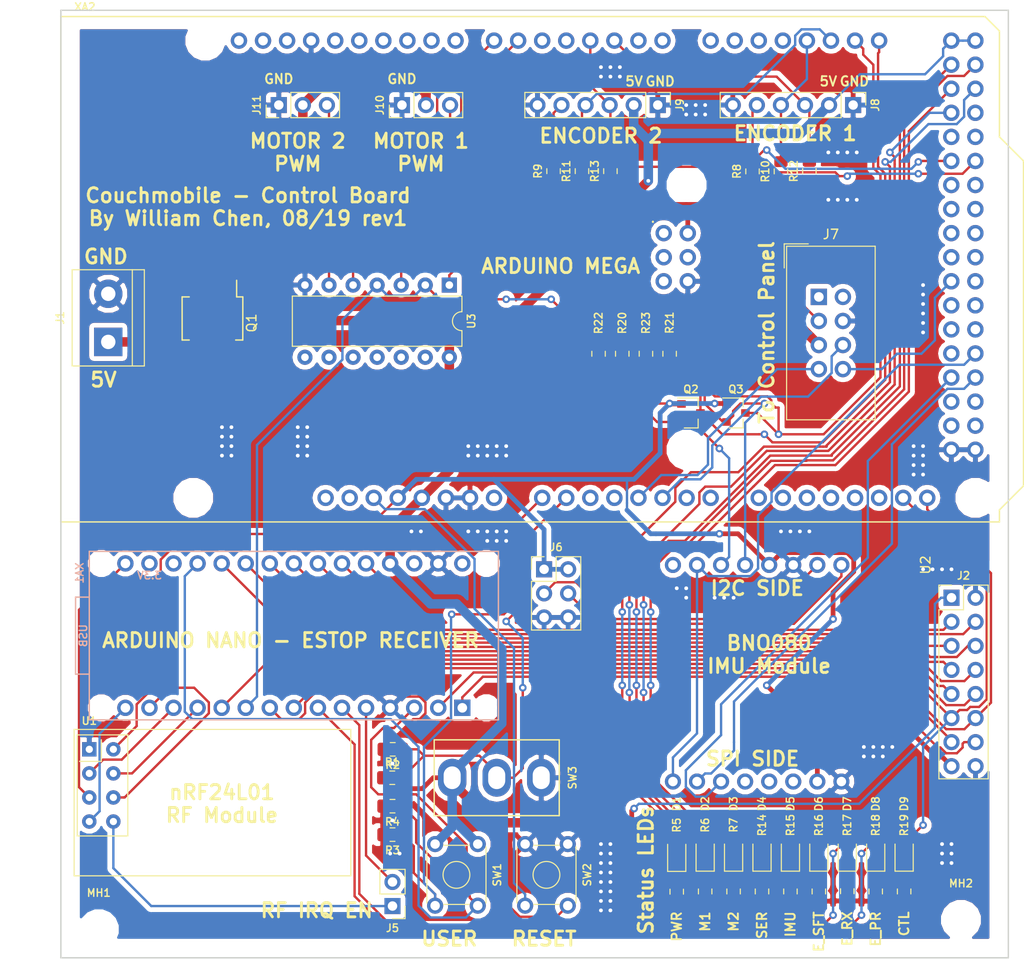
<source format=kicad_pcb>
(kicad_pcb (version 20171130) (host pcbnew "(5.0.0)")
  (layers (0 F.Cu signal) (31 B.Cu signal) (34 B.Paste user) (35 F.Paste user) (36 B.SilkS user) (37 F.SilkS user) (38 B.Mask user) (39 F.Mask user) (44 Edge.Cuts user))
  (net 0 "")
  (net 1 "Net-(D1-Pad1)")
  (net 2 +5V)
  (net 3 /STATUS_M1)
  (net 4 "Net-(D2-Pad1)")
  (net 5 "Net-(D3-Pad1)")
  (net 6 /STATUS_M2)
  (net 7 "Net-(D4-Pad1)")
  (net 8 /STATUS_SERIAL)
  (net 9 /STATUS_IMU)
  (net 10 "Net-(D5-Pad1)")
  (net 11 "Net-(D6-Pad1)")
  (net 12 /STATUS_ENC)
  (net 13 /ESTOP_RX)
  (net 14 "Net-(D7-Pad1)")
  (net 15 "Net-(D8-Pad1)")
  (net 16 /ESTOP_EN)
  (net 17 /ESTOP_ON)
  (net 18 "Net-(D9-Pad1)")
  (net 19 "Net-(J1-Pad1)")
  (net 20 GND)
  (net 21 /NANO_A7)
  (net 22 /NANO_A6)
  (net 23 /NANO_A5)
  (net 24 /NANO_A4)
  (net 25 /NANO_A3)
  (net 26 /NANO_A2)
  (net 27 /NANO_A1)
  (net 28 /NANO_D8)
  (net 29 /ESTOP_HS)
  (net 30 /NANO_RX)
  (net 31 /NANO_TX)
  (net 32 +3V3)
  (net 33 /SCL)
  (net 34 /SDA)
  (net 35 /MEGA_A13)
  (net 36 /MEGA_A12)
  (net 37 /MEGA_A11)
  (net 38 /MEGA_A10)
  (net 39 /MEGA_A9)
  (net 40 /MEGA_A8)
  (net 41 /MEGA_A7)
  (net 42 /MEGA_A6)
  (net 43 /MEGA_TX0)
  (net 44 /MEGA_RX0)
  (net 45 /MEGA_A2)
  (net 46 /MEGA_A3)
  (net 47 /MEGA_D32)
  (net 48 /MEGA_D33)
  (net 49 /MEGA_D34)
  (net 50 /MEGA_D35)
  (net 51 /MEGA_D36)
  (net 52 /MEGA_D37)
  (net 53 /MEGA_D38)
  (net 54 /MEGA_D39)
  (net 55 /ESTOP_IRQ)
  (net 56 /NANO_INT0)
  (net 57 "Net-(J6-Pad3)")
  (net 58 "Net-(J6-Pad4)")
  (net 59 /JOYSTICK_X)
  (net 60 /JOYSTICK_Y)
  (net 61 /JOYSTICK_SW)
  (net 62 /EN1_1)
  (net 63 /EN1_2)
  (net 64 /EN1_3)
  (net 65 /EN2_3)
  (net 66 /EN2_2)
  (net 67 /EN2_1)
  (net 68 /M1_OUT)
  (net 69 /M2_OUT)
  (net 70 /MEGA_SW2)
  (net 71 /MEGA_SW1)
  (net 72 /NANO_SW1)
  (net 73 /NANO_RESET)
  (net 74 /MEGA_RESET)
  (net 75 /ESTOP_CE)
  (net 76 /ESTOP_CSN)
  (net 77 /ESTOP_SCK)
  (net 78 /ESTOP_MOSI)
  (net 79 /ESTOP_MISO)
  (net 80 /IMU_RESET)
  (net 81 /IMU_WAKE)
  (net 82 /IMU_CS)
  (net 83 /PWM_M1)
  (net 84 /ESTOP_TRAN)
  (net 85 /PWM_M2)
  (net 86 /SCL_3V3)
  (net 87 /SDA_3V3)
  (module BNO080:BNO080 (layer F.Cu) (at 110 76 270)
    (fp_text reference U2 (at 2.54 -1.27 270) (layer F.SilkS))
    (fp_text value BNO080)
    (pad 0 thru_hole circle (at 2.54 7.62 270) (size 1.7 1.7) (drill 1) (layers *.Cu *.Mask) (net 58 "Net-(J6-Pad4)"))
    (pad 1 thru_hole circle (at 2.54 10.16 270) (size 1.7 1.7) (drill 1) (layers *.Cu *.Mask) (net 57 "Net-(J6-Pad3)"))
    (pad 2 thru_hole circle (at 2.54 12.7 270) (size 1.7 1.7) (drill 1) (layers *.Cu *.Mask) (net 20 GND))
    (pad 3 thru_hole circle (at 2.54 15.24 270) (size 1.7 1.7) (drill 1) (layers *.Cu *.Mask) (net 32 +3V3))
    (pad 4 thru_hole circle (at 2.54 17.78 270) (size 1.7 1.7) (drill 1) (layers *.Cu *.Mask) (net 87 /SDA_3V3))
    (pad 5 thru_hole circle (at 2.54 20.32 270) (size 1.7 1.7) (drill 1) (layers *.Cu *.Mask) (net 86 /SCL_3V3))
    (pad 6 thru_hole circle (at 2.54 22.86 270) (size 1.7 1.7) (drill 1) (layers *.Cu *.Mask) (net 80 /IMU_RESET))
    (pad 7 thru_hole circle (at 2.54 25.4 270) (size 1.7 1.7) (drill 1) (layers *.Cu *.Mask))
    (pad 8 thru_hole circle (at 25.4 7.62 270) (size 1.7 1.7) (drill 1) (layers *.Cu *.Mask) (net 20 GND))
    (pad 9 thru_hole circle (at 25.4 10.16 270) (size 1.7 1.7) (drill 1) (layers *.Cu *.Mask) (net 32 +3V3))
    (pad 12 thru_hole circle (at 25.4 17.78 270) (size 1.7 1.7) (drill 1) (layers *.Cu *.Mask))
    (pad 10 thru_hole circle (at 25.4 12.7 270) (size 1.7 1.7) (drill 1) (layers *.Cu *.Mask))
    (pad 15 thru_hole circle (at 25.4 25.4 270) (size 1.7 1.7) (drill 1) (layers *.Cu *.Mask) (net 80 /IMU_RESET))
    (pad 11 thru_hole circle (at 25.4 15.24 270) (size 1.7 1.7) (drill 1) (layers *.Cu *.Mask))
    (pad 14 thru_hole circle (at 25.4 22.86 270) (size 1.7 1.7) (drill 1) (layers *.Cu *.Mask) (net 81 /IMU_WAKE))
    (pad 13 thru_hole circle (at 25.4 20.32 270) (size 1.7 1.7) (drill 1) (layers *.Cu *.Mask) (net 82 /IMU_CS))
  )
  (module LED_SMD:LED_0805_2012Metric_Pad1.15x1.40mm_HandSolder (layer F.Cu) (at 85 109.025 90)
    (fp_text reference D1 (at 5.275 0 90) (layer F.SilkS) (effects (font (size 0.8 0.8))))
    (fp_text value STATUS_PWR)
    (pad 1 smd roundrect (at -1.025 0 90) (size 1.15 1.4) (layers F.Cu F.Paste F.Mask) (roundrect_rratio 0.217391) (net 1 "Net-(D1-Pad1)"))
    (pad 2 smd roundrect (at 1.025 0 90) (size 1.15 1.4) (layers F.Cu F.Paste F.Mask) (roundrect_rratio 0.217391) (net 2 +5V))
  )
  (module LED_SMD:LED_0805_2012Metric_Pad1.15x1.40mm_HandSolder (layer F.Cu) (at 88 109 90)
    (fp_text reference D2 (at 5.25 0 90) (layer F.SilkS) (effects (font (size 0.8 0.8))))
    (fp_text value STATUS_M1)
    (pad 2 smd roundrect (at 1.025 0 90) (size 1.15 1.4) (layers F.Cu F.Paste F.Mask) (roundrect_rratio 0.217391) (net 3 /STATUS_M1))
    (pad 1 smd roundrect (at -1.025 0 90) (size 1.15 1.4) (layers F.Cu F.Paste F.Mask) (roundrect_rratio 0.217391) (net 4 "Net-(D2-Pad1)"))
  )
  (module LED_SMD:LED_0805_2012Metric_Pad1.15x1.40mm_HandSolder (layer F.Cu) (at 91 109 90)
    (fp_text reference D3 (at 5.25 0 90) (layer F.SilkS) (effects (font (size 0.8 0.8))))
    (fp_text value STATUS_M2)
    (pad 1 smd roundrect (at -1.025 0 90) (size 1.15 1.4) (layers F.Cu F.Paste F.Mask) (roundrect_rratio 0.217391) (net 5 "Net-(D3-Pad1)"))
    (pad 2 smd roundrect (at 1.025 0 90) (size 1.15 1.4) (layers F.Cu F.Paste F.Mask) (roundrect_rratio 0.217391) (net 6 /STATUS_M2))
  )
  (module LED_SMD:LED_0805_2012Metric_Pad1.15x1.40mm_HandSolder (layer F.Cu) (at 94 109 90)
    (fp_text reference D4 (at 5.25 0 90) (layer F.SilkS) (effects (font (size 0.8 0.8))))
    (fp_text value STATUS_SERIAL)
    (pad 1 smd roundrect (at -1.025 0 90) (size 1.15 1.4) (layers F.Cu F.Paste F.Mask) (roundrect_rratio 0.217391) (net 7 "Net-(D4-Pad1)"))
    (pad 2 smd roundrect (at 1.025 0 90) (size 1.15 1.4) (layers F.Cu F.Paste F.Mask) (roundrect_rratio 0.217391) (net 8 /STATUS_SERIAL))
  )
  (module LED_SMD:LED_0805_2012Metric_Pad1.15x1.40mm_HandSolder (layer F.Cu) (at 97 109 90)
    (fp_text reference D5 (at 5.25 0 90) (layer F.SilkS) (effects (font (size 0.8 0.8))))
    (fp_text value STATUS_IMU)
    (pad 2 smd roundrect (at 1.025 0 90) (size 1.15 1.4) (layers F.Cu F.Paste F.Mask) (roundrect_rratio 0.217391) (net 9 /STATUS_IMU))
    (pad 1 smd roundrect (at -1.025 0 90) (size 1.15 1.4) (layers F.Cu F.Paste F.Mask) (roundrect_rratio 0.217391) (net 10 "Net-(D5-Pad1)"))
  )
  (module LED_SMD:LED_0805_2012Metric_Pad1.15x1.40mm_HandSolder (layer F.Cu) (at 100 109 90)
    (fp_text reference D6 (at 5.25 0 90) (layer F.SilkS) (effects (font (size 0.8 0.8))))
    (fp_text value STATUS_ENCODER)
    (pad 1 smd roundrect (at -1.025 0 90) (size 1.15 1.4) (layers F.Cu F.Paste F.Mask) (roundrect_rratio 0.217391) (net 11 "Net-(D6-Pad1)"))
    (pad 2 smd roundrect (at 1.025 0 90) (size 1.15 1.4) (layers F.Cu F.Paste F.Mask) (roundrect_rratio 0.217391) (net 12 /STATUS_ENC))
  )
  (module LED_SMD:LED_0805_2012Metric_Pad1.15x1.40mm_HandSolder (layer F.Cu) (at 103 109 90)
    (fp_text reference D7 (at 5.25 0 90) (layer F.SilkS) (effects (font (size 0.8 0.8))))
    (fp_text value ESTOP_RX)
    (pad 2 smd roundrect (at 1.025 0 90) (size 1.15 1.4) (layers F.Cu F.Paste F.Mask) (roundrect_rratio 0.217391) (net 13 /ESTOP_RX))
    (pad 1 smd roundrect (at -1.025 0 90) (size 1.15 1.4) (layers F.Cu F.Paste F.Mask) (roundrect_rratio 0.217391) (net 14 "Net-(D7-Pad1)"))
  )
  (module LED_SMD:LED_0805_2012Metric_Pad1.15x1.40mm_HandSolder (layer F.Cu) (at 106 109 90)
    (fp_text reference D8 (at 5.25 0 90) (layer F.SilkS) (effects (font (size 0.8 0.8))))
    (fp_text value ESTOP_EN)
    (pad 1 smd roundrect (at -1.025 0 90) (size 1.15 1.4) (layers F.Cu F.Paste F.Mask) (roundrect_rratio 0.217391) (net 15 "Net-(D8-Pad1)"))
    (pad 2 smd roundrect (at 1.025 0 90) (size 1.15 1.4) (layers F.Cu F.Paste F.Mask) (roundrect_rratio 0.217391) (net 16 /ESTOP_EN))
  )
  (module LED_SMD:LED_0805_2012Metric_Pad1.15x1.40mm_HandSolder (layer F.Cu) (at 109 109 90)
    (fp_text reference D9 (at 5.25 0 90) (layer F.SilkS) (effects (font (size 0.8 0.8))))
    (fp_text value ESTOP_ON)
    (pad 2 smd roundrect (at 1.025 0 90) (size 1.15 1.4) (layers F.Cu F.Paste F.Mask) (roundrect_rratio 0.217391) (net 17 /ESTOP_ON))
    (pad 1 smd roundrect (at -1.025 0 90) (size 1.15 1.4) (layers F.Cu F.Paste F.Mask) (roundrect_rratio 0.217391) (net 18 "Net-(D9-Pad1)"))
  )
  (module TerminalBlock:TerminalBlock_bornier-2_P5.08mm (layer F.Cu) (at 25 55 90)
    (fp_text reference J1 (at 2.54 -5.08 90) (layer F.SilkS) (effects (font (size 0.8 0.8))))
    (fp_text value Power_In)
    (pad 1 thru_hole rect (at 0 0 90) (size 3 3) (drill 1.52) (layers *.Cu *.Mask) (net 19 "Net-(J1-Pad1)"))
    (pad 2 thru_hole circle (at 5.08 0 90) (size 3 3) (drill 1.52) (layers *.Cu *.Mask) (net 20 GND))
  )
  (module Connector_PinHeader_2.54mm:PinHeader_2x08_P2.54mm_Vertical (layer F.Cu) (at 114 82)
    (fp_text reference J2 (at 1.27 -2.33) (layer F.SilkS) (effects (font (size 0.8 0.8))))
    (fp_text value GPIO_NANO_1)
    (pad 1 thru_hole rect (at 0 0) (size 1.7 1.7) (drill 1) (layers *.Cu *.Mask) (net 2 +5V))
    (pad 2 thru_hole oval (at 2.54 0) (size 1.7 1.7) (drill 1) (layers *.Cu *.Mask) (net 20 GND))
    (pad 3 thru_hole oval (at 0 2.54) (size 1.7 1.7) (drill 1) (layers *.Cu *.Mask) (net 21 /NANO_A7))
    (pad 4 thru_hole oval (at 2.54 2.54) (size 1.7 1.7) (drill 1) (layers *.Cu *.Mask) (net 22 /NANO_A6))
    (pad 5 thru_hole oval (at 0 5.08) (size 1.7 1.7) (drill 1) (layers *.Cu *.Mask) (net 23 /NANO_A5))
    (pad 6 thru_hole oval (at 2.54 5.08) (size 1.7 1.7) (drill 1) (layers *.Cu *.Mask) (net 24 /NANO_A4))
    (pad 7 thru_hole oval (at 0 7.62) (size 1.7 1.7) (drill 1) (layers *.Cu *.Mask) (net 25 /NANO_A3))
    (pad 8 thru_hole oval (at 2.54 7.62) (size 1.7 1.7) (drill 1) (layers *.Cu *.Mask) (net 26 /NANO_A2))
    (pad 9 thru_hole oval (at 0 10.16) (size 1.7 1.7) (drill 1) (layers *.Cu *.Mask) (net 27 /NANO_A1))
    (pad 10 thru_hole oval (at 2.54 10.16) (size 1.7 1.7) (drill 1) (layers *.Cu *.Mask) (net 28 /NANO_D8))
    (pad 11 thru_hole oval (at 0 12.7) (size 1.7 1.7) (drill 1) (layers *.Cu *.Mask) (net 17 /ESTOP_ON))
    (pad 12 thru_hole oval (at 2.54 12.7) (size 1.7 1.7) (drill 1) (layers *.Cu *.Mask) (net 29 /ESTOP_HS))
    (pad 13 thru_hole oval (at 0 15.24) (size 1.7 1.7) (drill 1) (layers *.Cu *.Mask) (net 30 /NANO_RX))
    (pad 14 thru_hole oval (at 2.54 15.24) (size 1.7 1.7) (drill 1) (layers *.Cu *.Mask) (net 31 /NANO_TX))
    (pad 15 thru_hole oval (at 0 17.78) (size 1.7 1.7) (drill 1) (layers *.Cu *.Mask) (net 32 +3V3))
    (pad 16 thru_hole oval (at 2.54 17.78) (size 1.7 1.7) (drill 1) (layers *.Cu *.Mask) (net 20 GND))
  )
  (module Connector_PinHeader_2.54mm:PinHeader_1x02_P2.54mm_Vertical (layer F.Cu) (at 55 114.54 180)
    (fp_text reference J5 (at 0 -2.33 180) (layer F.SilkS) (effects (font (size 0.8 0.8))))
    (fp_text value ESTOP_IRQ_EN)
    (pad 1 thru_hole rect (at 0 0 180) (size 1.7 1.7) (drill 1) (layers *.Cu *.Mask) (net 55 /ESTOP_IRQ))
    (pad 2 thru_hole oval (at 0 2.54 180) (size 1.7 1.7) (drill 1) (layers *.Cu *.Mask) (net 56 /NANO_INT0))
  )
  (module Connector_PinHeader_2.54mm:PinHeader_2x03_P2.54mm_Vertical (layer F.Cu) (at 71 79)
    (fp_text reference J6 (at 1.27 -2.33) (layer F.SilkS) (effects (font (size 0.8 0.8))))
    (fp_text value BNO_COMM_CTRL)
    (pad 1 thru_hole rect (at 0 0) (size 1.7 1.7) (drill 1) (layers *.Cu *.Mask) (net 32 +3V3))
    (pad 2 thru_hole oval (at 2.54 0) (size 1.7 1.7) (drill 1) (layers *.Cu *.Mask) (net 32 +3V3))
    (pad 3 thru_hole oval (at 0 2.54) (size 1.7 1.7) (drill 1) (layers *.Cu *.Mask) (net 57 "Net-(J6-Pad3)"))
    (pad 4 thru_hole oval (at 2.54 2.54) (size 1.7 1.7) (drill 1) (layers *.Cu *.Mask) (net 58 "Net-(J6-Pad4)"))
    (pad 5 thru_hole oval (at 0 5.08) (size 1.7 1.7) (drill 1) (layers *.Cu *.Mask) (net 20 GND))
    (pad 6 thru_hole oval (at 2.54 5.08) (size 1.7 1.7) (drill 1) (layers *.Cu *.Mask) (net 20 GND))
  )
  (module Connector_PinHeader_2.54mm:PinHeader_1x06_P2.54mm_Vertical (layer F.Cu) (at 103.62 30 270)
    (fp_text reference J8 (at 0 -2.33 270) (layer F.SilkS) (effects (font (size 0.8 0.8))))
    (fp_text value Encoder1)
    (pad 1 thru_hole rect (at 0 0 270) (size 1.7 1.7) (drill 1) (layers *.Cu *.Mask) (net 20 GND))
    (pad 2 thru_hole oval (at 0 2.54 270) (size 1.7 1.7) (drill 1) (layers *.Cu *.Mask) (net 2 +5V))
    (pad 3 thru_hole oval (at 0 5.08 270) (size 1.7 1.7) (drill 1) (layers *.Cu *.Mask) (net 62 /EN1_1))
    (pad 4 thru_hole oval (at 0 7.62 270) (size 1.7 1.7) (drill 1) (layers *.Cu *.Mask) (net 63 /EN1_2))
    (pad 5 thru_hole oval (at 0 10.16 270) (size 1.7 1.7) (drill 1) (layers *.Cu *.Mask) (net 64 /EN1_3))
    (pad 6 thru_hole oval (at 0 12.7 270) (size 1.7 1.7) (drill 1) (layers *.Cu *.Mask) (net 20 GND))
  )
  (module Connector_PinHeader_2.54mm:PinHeader_1x06_P2.54mm_Vertical (layer F.Cu) (at 83 30 270)
    (fp_text reference J9 (at 0 -2.33 270) (layer F.SilkS) (effects (font (size 0.8 0.8))))
    (fp_text value Encoder2)
    (pad 6 thru_hole oval (at 0 12.7 270) (size 1.7 1.7) (drill 1) (layers *.Cu *.Mask) (net 20 GND))
    (pad 5 thru_hole oval (at 0 10.16 270) (size 1.7 1.7) (drill 1) (layers *.Cu *.Mask) (net 65 /EN2_3))
    (pad 4 thru_hole oval (at 0 7.62 270) (size 1.7 1.7) (drill 1) (layers *.Cu *.Mask) (net 66 /EN2_2))
    (pad 3 thru_hole oval (at 0 5.08 270) (size 1.7 1.7) (drill 1) (layers *.Cu *.Mask) (net 67 /EN2_1))
    (pad 2 thru_hole oval (at 0 2.54 270) (size 1.7 1.7) (drill 1) (layers *.Cu *.Mask) (net 2 +5V))
    (pad 1 thru_hole rect (at 0 0 270) (size 1.7 1.7) (drill 1) (layers *.Cu *.Mask) (net 20 GND))
  )
  (module Connector_PinHeader_2.54mm:PinHeader_1x03_P2.54mm_Vertical (layer F.Cu) (at 56 30 90)
    (fp_text reference J10 (at 0 -2.33 90) (layer F.SilkS) (effects (font (size 0.8 0.8))))
    (fp_text value Motor1)
    (pad 3 thru_hole oval (at 0 5.08 90) (size 1.7 1.7) (drill 1) (layers *.Cu *.Mask) (net 68 /M1_OUT))
    (pad 2 thru_hole oval (at 0 2.54 90) (size 1.7 1.7) (drill 1) (layers *.Cu *.Mask) (net 2 +5V))
    (pad 1 thru_hole rect (at 0 0 90) (size 1.7 1.7) (drill 1) (layers *.Cu *.Mask) (net 20 GND))
  )
  (module Connector_PinHeader_2.54mm:PinHeader_1x03_P2.54mm_Vertical (layer F.Cu) (at 43 30 90)
    (fp_text reference J11 (at 0 -2.33 90) (layer F.SilkS) (effects (font (size 0.8 0.8))))
    (fp_text value Motor2)
    (pad 1 thru_hole rect (at 0 0 90) (size 1.7 1.7) (drill 1) (layers *.Cu *.Mask) (net 20 GND))
    (pad 2 thru_hole oval (at 0 2.54 90) (size 1.7 1.7) (drill 1) (layers *.Cu *.Mask) (net 2 +5V))
    (pad 3 thru_hole oval (at 0 5.08 90) (size 1.7 1.7) (drill 1) (layers *.Cu *.Mask) (net 69 /M2_OUT))
  )
  (module MountingHole:MountingHole_3.2mm_M3_ISO7380 (layer F.Cu) (at 24 117)
    (fp_text reference MH1 (at 0 -3.85) (layer F.SilkS) (effects (font (size 0.8 0.8))))
    (fp_text value MountingHole)
    (pad 1 np_thru_hole circle (at 0 0) (size 3.2 3.2) (drill 3.2) (layers *.Cu *.Mask))
  )
  (module MountingHole:MountingHole_3.2mm_M3_ISO7380 (layer F.Cu) (at 115 116)
    (fp_text reference MH2 (at 0 -3.85) (layer F.SilkS) (effects (font (size 0.8 0.8))))
    (fp_text value MountingHole)
    (pad 1 np_thru_hole circle (at 0 0) (size 3.2 3.2) (drill 3.2) (layers *.Cu *.Mask))
  )
  (module Resistor_SMD:R_0805_2012Metric_Pad1.15x1.40mm_HandSolder (layer F.Cu) (at 54.975 101)
    (fp_text reference R1 (at 0 -1.65) (layer F.SilkS) (effects (font (size 0.8 0.8))))
    (fp_text value 10k)
    (pad 1 smd roundrect (at -1.025 0) (size 1.15 1.4) (layers F.Cu F.Paste F.Mask) (roundrect_rratio 0.217391) (net 2 +5V))
    (pad 2 smd roundrect (at 1.025 0) (size 1.15 1.4) (layers F.Cu F.Paste F.Mask) (roundrect_rratio 0.217391) (net 70 /MEGA_SW2))
  )
  (module Resistor_SMD:R_0805_2012Metric_Pad1.15x1.40mm_HandSolder (layer F.Cu) (at 55.025 98 180)
    (fp_text reference R2 (at 0 -1.65 180) (layer F.SilkS) (effects (font (size 0.8 0.8))))
    (fp_text value 10k)
    (pad 1 smd roundrect (at -1.025 0 180) (size 1.15 1.4) (layers F.Cu F.Paste F.Mask) (roundrect_rratio 0.217391) (net 70 /MEGA_SW2))
    (pad 2 smd roundrect (at 1.025 0 180) (size 1.15 1.4) (layers F.Cu F.Paste F.Mask) (roundrect_rratio 0.217391) (net 20 GND))
  )
  (module Resistor_SMD:R_0805_2012Metric_Pad1.15x1.40mm_HandSolder (layer F.Cu) (at 55 107 180)
    (fp_text reference R3 (at 0 -1.65 180) (layer F.SilkS) (effects (font (size 0.8 0.8))))
    (fp_text value 10k)
    (pad 2 smd roundrect (at 1.025 0 180) (size 1.15 1.4) (layers F.Cu F.Paste F.Mask) (roundrect_rratio 0.217391) (net 20 GND))
    (pad 1 smd roundrect (at -1.025 0 180) (size 1.15 1.4) (layers F.Cu F.Paste F.Mask) (roundrect_rratio 0.217391) (net 71 /MEGA_SW1))
  )
  (module Resistor_SMD:R_0805_2012Metric_Pad1.15x1.40mm_HandSolder (layer F.Cu) (at 55 104 180)
    (fp_text reference R4 (at 0 -1.65 180) (layer F.SilkS) (effects (font (size 0.8 0.8))))
    (fp_text value 10k)
    (pad 1 smd roundrect (at -1.025 0 180) (size 1.15 1.4) (layers F.Cu F.Paste F.Mask) (roundrect_rratio 0.217391) (net 72 /NANO_SW1))
    (pad 2 smd roundrect (at 1.025 0 180) (size 1.15 1.4) (layers F.Cu F.Paste F.Mask) (roundrect_rratio 0.217391) (net 20 GND))
  )
  (module Resistor_SMD:R_0805_2012Metric_Pad1.15x1.40mm_HandSolder (layer F.Cu) (at 85 113.025 270)
    (fp_text reference R5 (at -7.025 0 270) (layer F.SilkS) (effects (font (size 0.8 0.8))))
    (fp_text value 2.2k)
    (pad 1 smd roundrect (at -1.025 0 270) (size 1.15 1.4) (layers F.Cu F.Paste F.Mask) (roundrect_rratio 0.217391) (net 1 "Net-(D1-Pad1)"))
    (pad 2 smd roundrect (at 1.025 0 270) (size 1.15 1.4) (layers F.Cu F.Paste F.Mask) (roundrect_rratio 0.217391) (net 20 GND))
  )
  (module Resistor_SMD:R_0805_2012Metric_Pad1.15x1.40mm_HandSolder (layer F.Cu) (at 88 113 270)
    (fp_text reference R6 (at -7 0 270) (layer F.SilkS) (effects (font (size 0.8 0.8))))
    (fp_text value 2.2k)
    (pad 2 smd roundrect (at 1.025 0 270) (size 1.15 1.4) (layers F.Cu F.Paste F.Mask) (roundrect_rratio 0.217391) (net 20 GND))
    (pad 1 smd roundrect (at -1.025 0 270) (size 1.15 1.4) (layers F.Cu F.Paste F.Mask) (roundrect_rratio 0.217391) (net 4 "Net-(D2-Pad1)"))
  )
  (module Resistor_SMD:R_0805_2012Metric_Pad1.15x1.40mm_HandSolder (layer F.Cu) (at 91 113 270)
    (fp_text reference R7 (at -7 0 270) (layer F.SilkS) (effects (font (size 0.8 0.8))))
    (fp_text value 2.2k)
    (pad 1 smd roundrect (at -1.025 0 270) (size 1.15 1.4) (layers F.Cu F.Paste F.Mask) (roundrect_rratio 0.217391) (net 5 "Net-(D3-Pad1)"))
    (pad 2 smd roundrect (at 1.025 0 270) (size 1.15 1.4) (layers F.Cu F.Paste F.Mask) (roundrect_rratio 0.217391) (net 20 GND))
  )
  (module Resistor_SMD:R_0805_2012Metric_Pad1.15x1.40mm_HandSolder (layer F.Cu) (at 93 37 90)
    (fp_text reference R8 (at 0 -1.65 90) (layer F.SilkS) (effects (font (size 0.8 0.8))))
    (fp_text value 2.2k)
    (pad 2 smd roundrect (at 1.025 0 90) (size 1.15 1.4) (layers F.Cu F.Paste F.Mask) (roundrect_rratio 0.217391) (net 64 /EN1_3))
    (pad 1 smd roundrect (at -1.025 0 90) (size 1.15 1.4) (layers F.Cu F.Paste F.Mask) (roundrect_rratio 0.217391) (net 2 +5V))
  )
  (module Resistor_SMD:R_0805_2012Metric_Pad1.15x1.40mm_HandSolder (layer F.Cu) (at 72 36.975 90)
    (fp_text reference R9 (at 0 -1.65 90) (layer F.SilkS) (effects (font (size 0.8 0.8))))
    (fp_text value 2.2k)
    (pad 2 smd roundrect (at 1.025 0 90) (size 1.15 1.4) (layers F.Cu F.Paste F.Mask) (roundrect_rratio 0.217391) (net 65 /EN2_3))
    (pad 1 smd roundrect (at -1.025 0 90) (size 1.15 1.4) (layers F.Cu F.Paste F.Mask) (roundrect_rratio 0.217391) (net 2 +5V))
  )
  (module Resistor_SMD:R_0805_2012Metric_Pad1.15x1.40mm_HandSolder (layer F.Cu) (at 96 37 90)
    (fp_text reference R10 (at 0 -1.65 90) (layer F.SilkS) (effects (font (size 0.8 0.8))))
    (fp_text value 2.2k)
    (pad 1 smd roundrect (at -1.025 0 90) (size 1.15 1.4) (layers F.Cu F.Paste F.Mask) (roundrect_rratio 0.217391) (net 2 +5V))
    (pad 2 smd roundrect (at 1.025 0 90) (size 1.15 1.4) (layers F.Cu F.Paste F.Mask) (roundrect_rratio 0.217391) (net 63 /EN1_2))
  )
  (module Resistor_SMD:R_0805_2012Metric_Pad1.15x1.40mm_HandSolder (layer F.Cu) (at 75 36.975 90)
    (fp_text reference R11 (at 0 -1.65 90) (layer F.SilkS) (effects (font (size 0.8 0.8))))
    (fp_text value 2.2k)
    (pad 1 smd roundrect (at -1.025 0 90) (size 1.15 1.4) (layers F.Cu F.Paste F.Mask) (roundrect_rratio 0.217391) (net 2 +5V))
    (pad 2 smd roundrect (at 1.025 0 90) (size 1.15 1.4) (layers F.Cu F.Paste F.Mask) (roundrect_rratio 0.217391) (net 66 /EN2_2))
  )
  (module Resistor_SMD:R_0805_2012Metric_Pad1.15x1.40mm_HandSolder (layer F.Cu) (at 99 36.975 90)
    (fp_text reference R12 (at 0 -1.65 90) (layer F.SilkS) (effects (font (size 0.8 0.8))))
    (fp_text value 2.2k)
    (pad 2 smd roundrect (at 1.025 0 90) (size 1.15 1.4) (layers F.Cu F.Paste F.Mask) (roundrect_rratio 0.217391) (net 62 /EN1_1))
    (pad 1 smd roundrect (at -1.025 0 90) (size 1.15 1.4) (layers F.Cu F.Paste F.Mask) (roundrect_rratio 0.217391) (net 2 +5V))
  )
  (module Resistor_SMD:R_0805_2012Metric_Pad1.15x1.40mm_HandSolder (layer F.Cu) (at 78 36.975 90)
    (fp_text reference R13 (at 0 -1.65 90) (layer F.SilkS) (effects (font (size 0.8 0.8))))
    (fp_text value 2.2k)
    (pad 2 smd roundrect (at 1.025 0 90) (size 1.15 1.4) (layers F.Cu F.Paste F.Mask) (roundrect_rratio 0.217391) (net 67 /EN2_1))
    (pad 1 smd roundrect (at -1.025 0 90) (size 1.15 1.4) (layers F.Cu F.Paste F.Mask) (roundrect_rratio 0.217391) (net 2 +5V))
  )
  (module Resistor_SMD:R_0805_2012Metric_Pad1.15x1.40mm_HandSolder (layer F.Cu) (at 94 113 270)
    (fp_text reference R14 (at -7 0 270) (layer F.SilkS) (effects (font (size 0.8 0.8))))
    (fp_text value 2.2k)
    (pad 2 smd roundrect (at 1.025 0 270) (size 1.15 1.4) (layers F.Cu F.Paste F.Mask) (roundrect_rratio 0.217391) (net 20 GND))
    (pad 1 smd roundrect (at -1.025 0 270) (size 1.15 1.4) (layers F.Cu F.Paste F.Mask) (roundrect_rratio 0.217391) (net 7 "Net-(D4-Pad1)"))
  )
  (module Resistor_SMD:R_0805_2012Metric_Pad1.15x1.40mm_HandSolder (layer F.Cu) (at 97 113 270)
    (fp_text reference R15 (at -7 0 270) (layer F.SilkS) (effects (font (size 0.8 0.8))))
    (fp_text value 2.2k)
    (pad 1 smd roundrect (at -1.025 0 270) (size 1.15 1.4) (layers F.Cu F.Paste F.Mask) (roundrect_rratio 0.217391) (net 10 "Net-(D5-Pad1)"))
    (pad 2 smd roundrect (at 1.025 0 270) (size 1.15 1.4) (layers F.Cu F.Paste F.Mask) (roundrect_rratio 0.217391) (net 20 GND))
  )
  (module Resistor_SMD:R_0805_2012Metric_Pad1.15x1.40mm_HandSolder (layer F.Cu) (at 100 113 270)
    (fp_text reference R16 (at -7 0 270) (layer F.SilkS) (effects (font (size 0.8 0.8))))
    (fp_text value 2.2k)
    (pad 2 smd roundrect (at 1.025 0 270) (size 1.15 1.4) (layers F.Cu F.Paste F.Mask) (roundrect_rratio 0.217391) (net 20 GND))
    (pad 1 smd roundrect (at -1.025 0 270) (size 1.15 1.4) (layers F.Cu F.Paste F.Mask) (roundrect_rratio 0.217391) (net 11 "Net-(D6-Pad1)"))
  )
  (module Resistor_SMD:R_0805_2012Metric_Pad1.15x1.40mm_HandSolder (layer F.Cu) (at 103 112.975 270)
    (fp_text reference R17 (at -6.975 0 270) (layer F.SilkS) (effects (font (size 0.8 0.8))))
    (fp_text value 2.2k)
    (pad 1 smd roundrect (at -1.025 0 270) (size 1.15 1.4) (layers F.Cu F.Paste F.Mask) (roundrect_rratio 0.217391) (net 14 "Net-(D7-Pad1)"))
    (pad 2 smd roundrect (at 1.025 0 270) (size 1.15 1.4) (layers F.Cu F.Paste F.Mask) (roundrect_rratio 0.217391) (net 20 GND))
  )
  (module Resistor_SMD:R_0805_2012Metric_Pad1.15x1.40mm_HandSolder (layer F.Cu) (at 106 113 270)
    (fp_text reference R18 (at -7 0 270) (layer F.SilkS) (effects (font (size 0.8 0.8))))
    (fp_text value 2.2k)
    (pad 2 smd roundrect (at 1.025 0 270) (size 1.15 1.4) (layers F.Cu F.Paste F.Mask) (roundrect_rratio 0.217391) (net 20 GND))
    (pad 1 smd roundrect (at -1.025 0 270) (size 1.15 1.4) (layers F.Cu F.Paste F.Mask) (roundrect_rratio 0.217391) (net 15 "Net-(D8-Pad1)"))
  )
  (module Resistor_SMD:R_0805_2012Metric_Pad1.15x1.40mm_HandSolder (layer F.Cu) (at 109 113 270)
    (fp_text reference R19 (at -7 0 270) (layer F.SilkS) (effects (font (size 0.8 0.8))))
    (fp_text value 2.2k)
    (pad 1 smd roundrect (at -1.025 0 270) (size 1.15 1.4) (layers F.Cu F.Paste F.Mask) (roundrect_rratio 0.217391) (net 18 "Net-(D9-Pad1)"))
    (pad 2 smd roundrect (at 1.025 0 270) (size 1.15 1.4) (layers F.Cu F.Paste F.Mask) (roundrect_rratio 0.217391) (net 20 GND))
  )
  (module Button_Switch_THT:SW_TH_Tactile_Omron_B3F-10xx (layer F.Cu) (at 64 108 270)
    (fp_text reference SW1 (at 3.25 -2.05 270) (layer F.SilkS) (effects (font (size 0.8 0.8))))
    (fp_text value "User Button")
    (pad 4 thru_hole circle (at 6.5 4.5 270) (size 1.7 1.7) (drill 1) (layers *.Cu *.Mask) (net 71 /MEGA_SW1))
    (pad 3 thru_hole circle (at 0 4.5 270) (size 1.7 1.7) (drill 1) (layers *.Cu *.Mask) (net 2 +5V))
    (pad 2 thru_hole circle (at 6.5 0 270) (size 1.7 1.7) (drill 1) (layers *.Cu *.Mask) (net 72 /NANO_SW1))
    (pad 1 thru_hole circle (at 0 0 270) (size 1.7 1.7) (drill 1) (layers *.Cu *.Mask) (net 2 +5V))
  )
  (module Button_Switch_THT:SW_TH_Tactile_Omron_B3F-10xx (layer F.Cu) (at 73.5 108 270)
    (fp_text reference SW2 (at 3.25 -2.05 270) (layer F.SilkS) (effects (font (size 0.8 0.8))))
    (fp_text value RESET)
    (pad 1 thru_hole circle (at 0 0 270) (size 1.7 1.7) (drill 1) (layers *.Cu *.Mask) (net 20 GND))
    (pad 2 thru_hole circle (at 6.5 0 270) (size 1.7 1.7) (drill 1) (layers *.Cu *.Mask) (net 73 /NANO_RESET))
    (pad 3 thru_hole circle (at 0 4.5 270) (size 1.7 1.7) (drill 1) (layers *.Cu *.Mask) (net 20 GND))
    (pad 4 thru_hole circle (at 6.5 4.5 270) (size 1.7 1.7) (drill 1) (layers *.Cu *.Mask) (net 74 /MEGA_RESET))
  )
  (module couch-switches:MTS_3_pin_toggle_switch (layer F.Cu) (at 66 101 180)
    (fp_text reference SW3 (at -8 0 270) (layer F.SilkS) (effects (font (size 0.8 0.8))))
    (fp_text value "User Switch")
    (pad 2 thru_hole oval (at 0 0 180) (size 3 4) (drill oval 1.8 2.4) (layers *.Cu *.Mask) (net 70 /MEGA_SW2))
    (pad 1 thru_hole oval (at -4.7 0 180) (size 3 4) (drill oval 1.8 2.4) (layers *.Cu *.Mask) (net 20 GND))
    (pad 3 thru_hole oval (at 4.7 0 180) (size 3 4) (drill oval 1.8 2.4) (layers *.Cu *.Mask) (net 2 +5V))
  )
  (module RF_Module:nRF24L01_Breakout (layer F.Cu) (at 23 98)
    (fp_text reference U1 (at 0 -3) (layer F.SilkS) (effects (font (size 0.8 0.8))))
    (fp_text value NRF24L01_Breakout)
    (pad 1 thru_hole rect (at 0 0) (size 1.524 1.524) (drill 0.762) (layers *.Cu *.Mask) (net 20 GND))
    (pad 2 thru_hole circle (at 2.54 0) (size 1.524 1.524) (drill 0.762) (layers *.Cu *.Mask) (net 32 +3V3))
    (pad 3 thru_hole circle (at 0 2.54) (size 1.524 1.524) (drill 0.762) (layers *.Cu *.Mask) (net 75 /ESTOP_CE))
    (pad 4 thru_hole circle (at 2.54 2.54) (size 1.524 1.524) (drill 0.762) (layers *.Cu *.Mask) (net 76 /ESTOP_CSN))
    (pad 5 thru_hole circle (at 0 5.08) (size 1.524 1.524) (drill 0.762) (layers *.Cu *.Mask) (net 77 /ESTOP_SCK))
    (pad 6 thru_hole circle (at 2.54 5.08) (size 1.524 1.524) (drill 0.762) (layers *.Cu *.Mask) (net 78 /ESTOP_MOSI))
    (pad 7 thru_hole circle (at 0 7.62) (size 1.524 1.524) (drill 0.762) (layers *.Cu *.Mask) (net 79 /ESTOP_MISO))
    (pad 8 thru_hole circle (at 2.54 7.62) (size 1.524 1.524) (drill 0.762) (layers *.Cu *.Mask) (net 55 /ESTOP_IRQ))
  )
  (module Package_DIP:DIP-14_W7.62mm (layer F.Cu) (at 61 49 270)
    (fp_text reference U3 (at 3.81 -2.33 270) (layer F.SilkS) (effects (font (size 0.8 0.8))))
    (fp_text value 74LS08)
    (pad 1 thru_hole rect (at 0 0 270) (size 1.6 1.6) (drill 0.8) (layers *.Cu *.Mask) (net 83 /PWM_M1))
    (pad 8 thru_hole oval (at 7.62 15.24 270) (size 1.6 1.6) (drill 0.8) (layers *.Cu *.Mask))
    (pad 2 thru_hole oval (at 0 2.54 270) (size 1.6 1.6) (drill 0.8) (layers *.Cu *.Mask) (net 84 /ESTOP_TRAN))
    (pad 9 thru_hole oval (at 7.62 12.7 270) (size 1.6 1.6) (drill 0.8) (layers *.Cu *.Mask))
    (pad 3 thru_hole oval (at 0 5.08 270) (size 1.6 1.6) (drill 0.8) (layers *.Cu *.Mask) (net 68 /M1_OUT))
    (pad 10 thru_hole oval (at 7.62 10.16 270) (size 1.6 1.6) (drill 0.8) (layers *.Cu *.Mask))
    (pad 4 thru_hole oval (at 0 7.62 270) (size 1.6 1.6) (drill 0.8) (layers *.Cu *.Mask) (net 84 /ESTOP_TRAN))
    (pad 11 thru_hole oval (at 7.62 7.62 270) (size 1.6 1.6) (drill 0.8) (layers *.Cu *.Mask))
    (pad 5 thru_hole oval (at 0 10.16 270) (size 1.6 1.6) (drill 0.8) (layers *.Cu *.Mask) (net 85 /PWM_M2))
    (pad 12 thru_hole oval (at 7.62 5.08 270) (size 1.6 1.6) (drill 0.8) (layers *.Cu *.Mask))
    (pad 6 thru_hole oval (at 0 12.7 270) (size 1.6 1.6) (drill 0.8) (layers *.Cu *.Mask) (net 69 /M2_OUT))
    (pad 13 thru_hole oval (at 7.62 2.54 270) (size 1.6 1.6) (drill 0.8) (layers *.Cu *.Mask))
    (pad 7 thru_hole oval (at 0 15.24 270) (size 1.6 1.6) (drill 0.8) (layers *.Cu *.Mask) (net 20 GND))
    (pad 14 thru_hole oval (at 7.62 0 270) (size 1.6 1.6) (drill 0.8) (layers *.Cu *.Mask) (net 2 +5V))
  )
  (module Arduino:Arduino_Nano_Socket (layer B.Cu) (at 23 86 90)
    (fp_text reference XA1 (at 6.604 -1.016 90) (layer B.SilkS) (effects (font (size 0.8 0.8)) (justify mirror)))
    (fp_text value Arduino_Nano_Socket)
    (fp_text user USB (at 0 -0.635 90) (layer B.SilkS) (effects (font (size 0.8 0.8)) (justify mirror)))
    (fp_text user 3.3V (at 6.35 6.35) (layer B.SilkS) (effects (font (size 0.8 0.8)) (justify mirror)))
    (pad VIN thru_hole circle (at 7.62 39.37 90) (size 1.7272 1.7272) (drill 1.016) (layers *.Cu *.Mask))
    (pad GND2 thru_hole circle (at 7.62 36.83 90) (size 1.7272 1.7272) (drill 1.016) (layers *.Cu *.Mask) (net 20 GND))
    (pad RST2 thru_hole circle (at 7.62 34.29 90) (size 1.7272 1.7272) (drill 1.016) (layers *.Cu *.Mask))
    (pad 5V thru_hole circle (at 7.62 31.75 90) (size 1.7272 1.7272) (drill 1.016) (layers *.Cu *.Mask) (net 2 +5V))
    (pad A7 thru_hole circle (at 7.62 29.21 90) (size 1.7272 1.7272) (drill 1.016) (layers *.Cu *.Mask) (net 21 /NANO_A7))
    (pad A6 thru_hole circle (at 7.62 26.67 90) (size 1.7272 1.7272) (drill 1.016) (layers *.Cu *.Mask) (net 22 /NANO_A6))
    (pad A5 thru_hole circle (at 7.62 24.13 90) (size 1.7272 1.7272) (drill 1.016) (layers *.Cu *.Mask) (net 23 /NANO_A5))
    (pad A4 thru_hole circle (at 7.62 21.59 90) (size 1.7272 1.7272) (drill 1.016) (layers *.Cu *.Mask) (net 24 /NANO_A4))
    (pad A3 thru_hole circle (at 7.62 19.05 90) (size 1.7272 1.7272) (drill 1.016) (layers *.Cu *.Mask) (net 25 /NANO_A3))
    (pad A2 thru_hole circle (at 7.62 16.51 90) (size 1.7272 1.7272) (drill 1.016) (layers *.Cu *.Mask) (net 26 /NANO_A2))
    (pad A1 thru_hole circle (at 7.62 13.97 90) (size 1.7272 1.7272) (drill 1.016) (layers *.Cu *.Mask) (net 27 /NANO_A1))
    (pad A0 thru_hole circle (at 7.62 11.43 90) (size 1.7272 1.7272) (drill 1.016) (layers *.Cu *.Mask) (net 72 /NANO_SW1))
    (pad AREF thru_hole circle (at 7.62 8.89 90) (size 1.7272 1.7272) (drill 1.016) (layers *.Cu *.Mask))
    (pad 3V3 thru_hole circle (at 7.62 6.35 90) (size 1.7272 1.7272) (drill 1.016) (layers *.Cu *.Mask))
    (pad D13 thru_hole circle (at 7.62 3.81 90) (size 1.7272 1.7272) (drill 1.016) (layers *.Cu *.Mask) (net 77 /ESTOP_SCK))
    (pad D12 thru_hole circle (at -7.62 3.81 90) (size 1.7272 1.7272) (drill 1.016) (layers *.Cu *.Mask) (net 79 /ESTOP_MISO))
    (pad D11 thru_hole circle (at -7.62 6.35 90) (size 1.7272 1.7272) (drill 1.016) (layers *.Cu *.Mask) (net 78 /ESTOP_MOSI))
    (pad D10 thru_hole circle (at -7.62 8.89 90) (size 1.7272 1.7272) (drill 1.016) (layers *.Cu *.Mask) (net 75 /ESTOP_CE))
    (pad D9 thru_hole circle (at -7.62 11.43 90) (size 1.7272 1.7272) (drill 1.016) (layers *.Cu *.Mask) (net 76 /ESTOP_CSN))
    (pad D8 thru_hole circle (at -7.62 13.97 90) (size 1.7272 1.7272) (drill 1.016) (layers *.Cu *.Mask) (net 28 /NANO_D8))
    (pad D7 thru_hole circle (at -7.62 16.51 90) (size 1.7272 1.7272) (drill 1.016) (layers *.Cu *.Mask) (net 84 /ESTOP_TRAN))
    (pad D6 thru_hole circle (at -7.62 19.05 90) (size 1.7272 1.7272) (drill 1.016) (layers *.Cu *.Mask) (net 29 /ESTOP_HS))
    (pad D5 thru_hole circle (at -7.62 21.59 90) (size 1.7272 1.7272) (drill 1.016) (layers *.Cu *.Mask) (net 17 /ESTOP_ON))
    (pad D4 thru_hole circle (at -7.62 24.13 90) (size 1.7272 1.7272) (drill 1.016) (layers *.Cu *.Mask) (net 16 /ESTOP_EN))
    (pad D3 thru_hole circle (at -7.62 26.67 90) (size 1.7272 1.7272) (drill 1.016) (layers *.Cu *.Mask) (net 13 /ESTOP_RX))
    (pad D2 thru_hole circle (at -7.62 29.21 90) (size 1.7272 1.7272) (drill 1.016) (layers *.Cu *.Mask) (net 56 /NANO_INT0))
    (pad GND1 thru_hole circle (at -7.62 31.75 90) (size 1.7272 1.7272) (drill 1.016) (layers *.Cu *.Mask) (net 20 GND))
    (pad RST1 thru_hole circle (at -7.62 34.29 90) (size 1.7272 1.7272) (drill 1.016) (layers *.Cu *.Mask) (net 73 /NANO_RESET))
    (pad D0 thru_hole circle (at -7.62 36.83 90) (size 1.7272 1.7272) (drill 1.016) (layers *.Cu *.Mask) (net 30 /NANO_RX))
    (pad D1 thru_hole rect (at -7.62 39.37 90) (size 1.7272 1.7272) (drill 1.016) (layers *.Cu *.Mask) (net 31 /NANO_TX))
    (pad "" np_thru_hole circle (at -7.62 41.91 90) (size 1.85 1.85) (drill 1.85) (layers *.Cu *.Mask))
    (pad "" np_thru_hole circle (at 7.62 41.91 90) (size 1.85 1.85) (drill 1.85) (layers *.Cu *.Mask))
    (pad "" np_thru_hole circle (at -7.62 1.27 90) (size 1.85 1.85) (drill 1.85) (layers *.Cu *.Mask))
    (pad "" np_thru_hole circle (at 7.62 1.27 90) (size 1.85 1.85) (drill 1.85) (layers *.Cu *.Mask))
  )
  (module Arduino:Arduino_Mega2560_Shield (layer F.Cu) (at 20 74)
    (fp_text reference XA2 (at 2.54 -54.356) (layer F.SilkS) (effects (font (size 0.8 0.8))))
    (fp_text value Arduino_Mega2560_Shield)
    (fp_text user . (at 62.484 -32.004) (layer F.SilkS) (effects (font (size 0.8 0.8))))
    (pad RST2 thru_hole oval (at 63.627 -25.4) (size 1.7272 1.7272) (drill 1.016) (layers *.Cu *.Mask))
    (pad GND4 thru_hole oval (at 66.167 -25.4) (size 1.7272 1.7272) (drill 1.016) (layers *.Cu *.Mask) (net 20 GND))
    (pad MOSI thru_hole oval (at 66.167 -27.94) (size 1.7272 1.7272) (drill 1.016) (layers *.Cu *.Mask))
    (pad SCK thru_hole oval (at 63.627 -27.94) (size 1.7272 1.7272) (drill 1.016) (layers *.Cu *.Mask))
    (pad 5V2 thru_hole oval (at 66.167 -30.48) (size 1.7272 1.7272) (drill 1.016) (layers *.Cu *.Mask) (net 2 +5V))
    (pad A0 thru_hole oval (at 50.8 -2.54) (size 1.7272 1.7272) (drill 1.016) (layers *.Cu *.Mask) (net 71 /MEGA_SW1))
    (pad VIN thru_hole oval (at 45.72 -2.54) (size 1.7272 1.7272) (drill 1.016) (layers *.Cu *.Mask))
    (pad GND3 thru_hole oval (at 43.18 -2.54) (size 1.7272 1.7272) (drill 1.016) (layers *.Cu *.Mask) (net 20 GND))
    (pad GND2 thru_hole oval (at 40.64 -2.54) (size 1.7272 1.7272) (drill 1.016) (layers *.Cu *.Mask) (net 20 GND))
    (pad 5V1 thru_hole oval (at 38.1 -2.54) (size 1.7272 1.7272) (drill 1.016) (layers *.Cu *.Mask) (net 2 +5V))
    (pad 3V3 thru_hole oval (at 35.56 -2.54) (size 1.7272 1.7272) (drill 1.016) (layers *.Cu *.Mask) (net 32 +3V3))
    (pad RST1 thru_hole oval (at 33.02 -2.54) (size 1.7272 1.7272) (drill 1.016) (layers *.Cu *.Mask) (net 74 /MEGA_RESET))
    (pad IORF thru_hole oval (at 30.48 -2.54) (size 1.7272 1.7272) (drill 1.016) (layers *.Cu *.Mask))
    (pad D21 thru_hole oval (at 86.36 -50.8) (size 1.7272 1.7272) (drill 1.016) (layers *.Cu *.Mask) (net 33 /SCL))
    (pad D20 thru_hole oval (at 83.82 -50.8) (size 1.7272 1.7272) (drill 1.016) (layers *.Cu *.Mask) (net 34 /SDA))
    (pad D19 thru_hole oval (at 81.28 -50.8) (size 1.7272 1.7272) (drill 1.016) (layers *.Cu *.Mask) (net 66 /EN2_2))
    (pad D18 thru_hole oval (at 78.74 -50.8) (size 1.7272 1.7272) (drill 1.016) (layers *.Cu *.Mask) (net 63 /EN1_2))
    (pad D17 thru_hole oval (at 76.2 -50.8) (size 1.7272 1.7272) (drill 1.016) (layers *.Cu *.Mask))
    (pad D16 thru_hole oval (at 73.66 -50.8) (size 1.7272 1.7272) (drill 1.016) (layers *.Cu *.Mask))
    (pad D15 thru_hole oval (at 71.12 -50.8) (size 1.7272 1.7272) (drill 1.016) (layers *.Cu *.Mask))
    (pad D14 thru_hole oval (at 68.58 -50.8) (size 1.7272 1.7272) (drill 1.016) (layers *.Cu *.Mask))
    (pad D0 thru_hole oval (at 63.5 -50.8) (size 1.7272 1.7272) (drill 1.016) (layers *.Cu *.Mask) (net 44 /MEGA_RX0))
    (pad D1 thru_hole oval (at 60.96 -50.8) (size 1.7272 1.7272) (drill 1.016) (layers *.Cu *.Mask) (net 43 /MEGA_TX0))
    (pad D2 thru_hole oval (at 58.42 -50.8) (size 1.7272 1.7272) (drill 1.016) (layers *.Cu *.Mask) (net 62 /EN1_1))
    (pad D3 thru_hole oval (at 55.88 -50.8) (size 1.7272 1.7272) (drill 1.016) (layers *.Cu *.Mask) (net 67 /EN2_1))
    (pad D4 thru_hole oval (at 53.34 -50.8) (size 1.7272 1.7272) (drill 1.016) (layers *.Cu *.Mask))
    (pad D5 thru_hole oval (at 50.8 -50.8) (size 1.7272 1.7272) (drill 1.016) (layers *.Cu *.Mask))
    (pad D6 thru_hole oval (at 48.26 -50.8) (size 1.7272 1.7272) (drill 1.016) (layers *.Cu *.Mask) (net 83 /PWM_M1))
    (pad D7 thru_hole oval (at 45.72 -50.8) (size 1.7272 1.7272) (drill 1.016) (layers *.Cu *.Mask) (net 85 /PWM_M2))
    (pad GND1 thru_hole oval (at 26.416 -50.8) (size 1.7272 1.7272) (drill 1.016) (layers *.Cu *.Mask) (net 20 GND))
    (pad D8 thru_hole oval (at 41.656 -50.8) (size 1.7272 1.7272) (drill 1.016) (layers *.Cu *.Mask))
    (pad D9 thru_hole oval (at 39.116 -50.8) (size 1.7272 1.7272) (drill 1.016) (layers *.Cu *.Mask))
    (pad D10 thru_hole oval (at 36.576 -50.8) (size 1.7272 1.7272) (drill 1.016) (layers *.Cu *.Mask))
    (pad "" np_thru_hole circle (at 66.04 -7.62) (size 3.2 3.2) (drill 3.2) (layers *.Cu *.Mask))
    (pad "" np_thru_hole circle (at 66.04 -35.56) (size 3.2 3.2) (drill 3.2) (layers *.Cu *.Mask))
    (pad "" np_thru_hole circle (at 90.17 -50.8) (size 3.2 3.2) (drill 3.2) (layers *.Cu *.Mask))
    (pad "" np_thru_hole circle (at 15.24 -50.8) (size 3.2 3.2) (drill 3.2) (layers *.Cu *.Mask))
    (pad "" np_thru_hole circle (at 96.52 -2.54) (size 3.2 3.2) (drill 3.2) (layers *.Cu *.Mask))
    (pad "" np_thru_hole circle (at 13.97 -2.54) (size 3.2 3.2) (drill 3.2) (layers *.Cu *.Mask))
    (pad SCL thru_hole oval (at 18.796 -50.8) (size 1.7272 1.7272) (drill 1.016) (layers *.Cu *.Mask))
    (pad SDA thru_hole oval (at 21.336 -50.8) (size 1.7272 1.7272) (drill 1.016) (layers *.Cu *.Mask))
    (pad AREF thru_hole oval (at 23.876 -50.8) (size 1.7272 1.7272) (drill 1.016) (layers *.Cu *.Mask))
    (pad D13 thru_hole oval (at 28.956 -50.8) (size 1.7272 1.7272) (drill 1.016) (layers *.Cu *.Mask))
    (pad D12 thru_hole oval (at 31.496 -50.8) (size 1.7272 1.7272) (drill 1.016) (layers *.Cu *.Mask))
    (pad D11 thru_hole oval (at 34.036 -50.8) (size 1.7272 1.7272) (drill 1.016) (layers *.Cu *.Mask))
    (pad "" thru_hole oval (at 27.94 -2.54) (size 1.7272 1.7272) (drill 1.016) (layers *.Cu *.Mask))
    (pad A1 thru_hole oval (at 53.34 -2.54) (size 1.7272 1.7272) (drill 1.016) (layers *.Cu *.Mask) (net 70 /MEGA_SW2))
    (pad A2 thru_hole oval (at 55.88 -2.54) (size 1.7272 1.7272) (drill 1.016) (layers *.Cu *.Mask) (net 45 /MEGA_A2))
    (pad A3 thru_hole oval (at 58.42 -2.54) (size 1.7272 1.7272) (drill 1.016) (layers *.Cu *.Mask) (net 46 /MEGA_A3))
    (pad A4 thru_hole oval (at 60.96 -2.54) (size 1.7272 1.7272) (drill 1.016) (layers *.Cu *.Mask) (net 60 /JOYSTICK_Y))
    (pad A5 thru_hole oval (at 63.5 -2.54) (size 1.7272 1.7272) (drill 1.016) (layers *.Cu *.Mask) (net 59 /JOYSTICK_X))
    (pad A6 thru_hole oval (at 66.04 -2.54) (size 1.7272 1.7272) (drill 1.016) (layers *.Cu *.Mask) (net 42 /MEGA_A6))
    (pad A7 thru_hole oval (at 68.58 -2.54) (size 1.7272 1.7272) (drill 1.016) (layers *.Cu *.Mask) (net 41 /MEGA_A7))
    (pad A8 thru_hole oval (at 73.66 -2.54) (size 1.7272 1.7272) (drill 1.016) (layers *.Cu *.Mask) (net 40 /MEGA_A8))
    (pad A9 thru_hole oval (at 76.2 -2.54) (size 1.7272 1.7272) (drill 1.016) (layers *.Cu *.Mask) (net 39 /MEGA_A9))
    (pad A10 thru_hole oval (at 78.74 -2.54) (size 1.7272 1.7272) (drill 1.016) (layers *.Cu *.Mask) (net 38 /MEGA_A10))
    (pad A11 thru_hole oval (at 81.28 -2.54) (size 1.7272 1.7272) (drill 1.016) (layers *.Cu *.Mask) (net 37 /MEGA_A11))
    (pad A12 thru_hole oval (at 83.82 -2.54) (size 1.7272 1.7272) (drill 1.016) (layers *.Cu *.Mask) (net 36 /MEGA_A12))
    (pad A13 thru_hole oval (at 86.36 -2.54) (size 1.7272 1.7272) (drill 1.016) (layers *.Cu *.Mask) (net 35 /MEGA_A13))
    (pad A14 thru_hole oval (at 88.9 -2.54) (size 1.7272 1.7272) (drill 1.016) (layers *.Cu *.Mask) (net 17 /ESTOP_ON))
    (pad A15 thru_hole oval (at 91.44 -2.54) (size 1.7272 1.7272) (drill 1.016) (layers *.Cu *.Mask) (net 29 /ESTOP_HS))
    (pad 5V3 thru_hole oval (at 93.98 -50.8) (size 1.7272 1.7272) (drill 1.016) (layers *.Cu *.Mask) (net 2 +5V))
    (pad 5V4 thru_hole oval (at 96.52 -50.8) (size 1.7272 1.7272) (drill 1.016) (layers *.Cu *.Mask) (net 2 +5V))
    (pad D22 thru_hole oval (at 93.98 -48.26) (size 1.7272 1.7272) (drill 1.016) (layers *.Cu *.Mask) (net 8 /STATUS_SERIAL))
    (pad D23 thru_hole oval (at 96.52 -48.26) (size 1.7272 1.7272) (drill 1.016) (layers *.Cu *.Mask) (net 9 /STATUS_IMU))
    (pad D24 thru_hole oval (at 93.98 -45.72) (size 1.7272 1.7272) (drill 1.016) (layers *.Cu *.Mask) (net 12 /STATUS_ENC))
    (pad D25 thru_hole oval (at 96.52 -45.72) (size 1.7272 1.7272) (drill 1.016) (layers *.Cu *.Mask) (net 3 /STATUS_M1))
    (pad D26 thru_hole oval (at 93.98 -43.18) (size 1.7272 1.7272) (drill 1.016) (layers *.Cu *.Mask) (net 6 /STATUS_M2))
    (pad D27 thru_hole oval (at 96.52 -43.18) (size 1.7272 1.7272) (drill 1.016) (layers *.Cu *.Mask))
    (pad D28 thru_hole oval (at 93.98 -40.64) (size 1.7272 1.7272) (drill 1.016) (layers *.Cu *.Mask))
    (pad D29 thru_hole oval (at 96.52 -40.64) (size 1.7272 1.7272) (drill 1.016) (layers *.Cu *.Mask))
    (pad D30 thru_hole oval (at 93.98 -38.1) (size 1.7272 1.7272) (drill 1.016) (layers *.Cu *.Mask) (net 64 /EN1_3))
    (pad D31 thru_hole oval (at 96.52 -38.1) (size 1.7272 1.7272) (drill 1.016) (layers *.Cu *.Mask) (net 65 /EN2_3))
    (pad D32 thru_hole oval (at 93.98 -35.56) (size 1.7272 1.7272) (drill 1.016) (layers *.Cu *.Mask) (net 47 /MEGA_D32))
    (pad D33 thru_hole oval (at 96.52 -35.56) (size 1.7272 1.7272) (drill 1.016) (layers *.Cu *.Mask) (net 48 /MEGA_D33))
    (pad D34 thru_hole oval (at 93.98 -33.02) (size 1.7272 1.7272) (drill 1.016) (layers *.Cu *.Mask) (net 49 /MEGA_D34))
    (pad D35 thru_hole oval (at 96.52 -33.02) (size 1.7272 1.7272) (drill 1.016) (layers *.Cu *.Mask) (net 50 /MEGA_D35))
    (pad D36 thru_hole oval (at 93.98 -30.48) (size 1.7272 1.7272) (drill 1.016) (layers *.Cu *.Mask) (net 51 /MEGA_D36))
    (pad D37 thru_hole oval (at 96.52 -30.48) (size 1.7272 1.7272) (drill 1.016) (layers *.Cu *.Mask) (net 52 /MEGA_D37))
    (pad D38 thru_hole oval (at 93.98 -27.94) (size 1.7272 1.7272) (drill 1.016) (layers *.Cu *.Mask) (net 53 /MEGA_D38))
    (pad D39 thru_hole oval (at 96.52 -27.94) (size 1.7272 1.7272) (drill 1.016) (layers *.Cu *.Mask) (net 54 /MEGA_D39))
    (pad D40 thru_hole oval (at 93.98 -25.4) (size 1.7272 1.7272) (drill 1.016) (layers *.Cu *.Mask) (net 61 /JOYSTICK_SW))
    (pad D41 thru_hole oval (at 96.52 -25.4) (size 1.7272 1.7272) (drill 1.016) (layers *.Cu *.Mask))
    (pad D42 thru_hole oval (at 93.98 -22.86) (size 1.7272 1.7272) (drill 1.016) (layers *.Cu *.Mask))
    (pad D43 thru_hole oval (at 96.52 -22.86) (size 1.7272 1.7272) (drill 1.016) (layers *.Cu *.Mask))
    (pad D44 thru_hole oval (at 93.98 -20.32) (size 1.7272 1.7272) (drill 1.016) (layers *.Cu *.Mask))
    (pad D45 thru_hole oval (at 96.52 -20.32) (size 1.7272 1.7272) (drill 1.016) (layers *.Cu *.Mask))
    (pad D46 thru_hole oval (at 93.98 -17.78) (size 1.7272 1.7272) (drill 1.016) (layers *.Cu *.Mask))
    (pad D47 thru_hole oval (at 96.52 -17.78) (size 1.7272 1.7272) (drill 1.016) (layers *.Cu *.Mask) (net 80 /IMU_RESET))
    (pad D48 thru_hole oval (at 93.98 -15.24) (size 1.7272 1.7272) (drill 1.016) (layers *.Cu *.Mask) (net 82 /IMU_CS))
    (pad D49 thru_hole oval (at 96.52 -15.24) (size 1.7272 1.7272) (drill 1.016) (layers *.Cu *.Mask) (net 81 /IMU_WAKE))
    (pad D50 thru_hole oval (at 93.98 -12.7) (size 1.7272 1.7272) (drill 1.016) (layers *.Cu *.Mask))
    (pad D51 thru_hole oval (at 96.52 -12.7) (size 1.7272 1.7272) (drill 1.016) (layers *.Cu *.Mask))
    (pad D52 thru_hole oval (at 93.98 -10.16) (size 1.7272 1.7272) (drill 1.016) (layers *.Cu *.Mask))
    (pad D53 thru_hole oval (at 96.52 -10.16) (size 1.7272 1.7272) (drill 1.016) (layers *.Cu *.Mask))
    (pad GND5 thru_hole oval (at 93.98 -7.62) (size 1.7272 1.7272) (drill 1.016) (layers *.Cu *.Mask) (net 20 GND))
    (pad GND6 thru_hole oval (at 96.52 -7.62) (size 1.7272 1.7272) (drill 1.016) (layers *.Cu *.Mask) (net 20 GND))
    (pad MISO thru_hole oval (at 63.627 -30.48) (size 1.7272 1.7272) (drill 1.016) (layers *.Cu *.Mask))
  )
  (module Resistor_SMD:R_0805_2012Metric_Pad1.15x1.40mm_HandSolder (layer F.Cu) (at 79.25 56.25 270)
    (fp_text reference R20 (at -3.25 0 270) (layer F.SilkS) (effects (font (size 0.8 0.8))))
    (fp_text value 10k)
    (pad 1 smd roundrect (at -1.025 0 270) (size 1.15 1.4) (layers F.Cu F.Paste F.Mask) (roundrect_rratio 0.217391) (net 2 +5V))
    (pad 2 smd roundrect (at 1.025 0 270) (size 1.15 1.4) (layers F.Cu F.Paste F.Mask) (roundrect_rratio 0.217391) (net 33 /SCL))
  )
  (module Resistor_SMD:R_0805_2012Metric_Pad1.15x1.40mm_HandSolder (layer F.Cu) (at 84.25 56.25 270)
    (fp_text reference R21 (at -3.275 0 270) (layer F.SilkS) (effects (font (size 0.8 0.8))))
    (fp_text value 10k)
    (pad 2 smd roundrect (at 1.025 0 270) (size 1.15 1.4) (layers F.Cu F.Paste F.Mask) (roundrect_rratio 0.217391) (net 34 /SDA))
    (pad 1 smd roundrect (at -1.025 0 270) (size 1.15 1.4) (layers F.Cu F.Paste F.Mask) (roundrect_rratio 0.217391) (net 2 +5V))
  )
  (module Resistor_SMD:R_0805_2012Metric_Pad1.15x1.40mm_HandSolder (layer F.Cu) (at 76.75 56.25 90)
    (fp_text reference R22 (at 3.25 0 90) (layer F.SilkS) (effects (font (size 0.8 0.8))))
    (fp_text value 10k)
    (pad 2 smd roundrect (at 1.025 0 90) (size 1.15 1.4) (layers F.Cu F.Paste F.Mask) (roundrect_rratio 0.217391) (net 32 +3V3))
    (pad 1 smd roundrect (at -1.025 0 90) (size 1.15 1.4) (layers F.Cu F.Paste F.Mask) (roundrect_rratio 0.217391) (net 86 /SCL_3V3))
  )
  (module Resistor_SMD:R_0805_2012Metric_Pad1.15x1.40mm_HandSolder (layer F.Cu) (at 81.75 56.25 90)
    (fp_text reference R23 (at 3.25 0 90) (layer F.SilkS) (effects (font (size 0.8 0.8))))
    (fp_text value 10k)
    (pad 1 smd roundrect (at -1.025 0 90) (size 1.15 1.4) (layers F.Cu F.Paste F.Mask) (roundrect_rratio 0.217391) (net 87 /SDA_3V3))
    (pad 2 smd roundrect (at 1.025 0 90) (size 1.15 1.4) (layers F.Cu F.Paste F.Mask) (roundrect_rratio 0.217391) (net 32 +3V3))
  )
  (module Package_TO_SOT_SMD:SOT-23 (layer F.Cu) (at 86.5 62.5)
    (fp_text reference Q2 (at 0 -2.5) (layer F.SilkS) (effects (font (size 0.8 0.8))))
    (fp_text value BSS138)
    (pad 3 smd rect (at 1 0) (size 0.9 0.8) (layers F.Cu F.Paste F.Mask) (net 33 /SCL))
    (pad 2 smd rect (at -1 0.95) (size 0.9 0.8) (layers F.Cu F.Paste F.Mask) (net 86 /SCL_3V3))
    (pad 1 smd rect (at -1 -0.95) (size 0.9 0.8) (layers F.Cu F.Paste F.Mask) (net 32 +3V3))
  )
  (module Package_TO_SOT_SMD:SOT-23 (layer F.Cu) (at 91.25 62.5)
    (fp_text reference Q3 (at 0 -2.5) (layer F.SilkS) (effects (font (size 0.8 0.8))))
    (fp_text value BSS138)
    (pad 1 smd rect (at -1 -0.95) (size 0.9 0.8) (layers F.Cu F.Paste F.Mask) (net 32 +3V3))
    (pad 2 smd rect (at -1 0.95) (size 0.9 0.8) (layers F.Cu F.Paste F.Mask) (net 87 /SDA_3V3))
    (pad 3 smd rect (at 1 0) (size 0.9 0.8) (layers F.Cu F.Paste F.Mask) (net 34 /SDA))
  )
  (module Connector_IDC:IDC-Header_2x04_P2.54mm_Vertical (layer F.Cu) (at 100 50.25)
    (fp_text reference J7 (at 1.27 -6.604) (layer F.SilkS))
    (fp_text value Conn_02x04_Top_Bottom)
    (pad 1 thru_hole rect (at 0 0) (size 1.7272 1.7272) (drill 1.016) (layers *.Cu *.Mask))
    (pad 2 thru_hole oval (at 2.54 0) (size 1.7272 1.7272) (drill 1.016) (layers *.Cu *.Mask))
    (pad 3 thru_hole oval (at 0 2.54) (size 1.7272 1.7272) (drill 1.016) (layers *.Cu *.Mask) (net 84 /ESTOP_TRAN))
    (pad 4 thru_hole oval (at 2.54 2.54) (size 1.7272 1.7272) (drill 1.016) (layers *.Cu *.Mask) (net 20 GND))
    (pad 5 thru_hole oval (at 0 5.08) (size 1.7272 1.7272) (drill 1.016) (layers *.Cu *.Mask) (net 2 +5V))
    (pad 6 thru_hole oval (at 2.54 5.08) (size 1.7272 1.7272) (drill 1.016) (layers *.Cu *.Mask) (net 59 /JOYSTICK_X))
    (pad 7 thru_hole oval (at 0 7.62) (size 1.7272 1.7272) (drill 1.016) (layers *.Cu *.Mask) (net 60 /JOYSTICK_Y))
    (pad 8 thru_hole oval (at 2.54 7.62) (size 1.7272 1.7272) (drill 1.016) (layers *.Cu *.Mask) (net 61 /JOYSTICK_SW))
  )
  (module couch-packages:SO-8_DGS (layer F.Cu) (at 36 53 270)
    (fp_text reference Q1 (at 0 -4.13 270) (layer F.SilkS))
    (fp_text value "PMOS DGS")
    (pad 3 smd rect (at -3.7 -1.905 270) (size 1.75 0.55) (layers F.Cu F.Paste F.Mask) (net 2 +5V))
    (pad 3 smd rect (at -3.7 -0.635 270) (size 1.75 0.55) (layers F.Cu F.Paste F.Mask) (net 2 +5V))
    (pad 3 smd rect (at -3.7 0.635 270) (size 1.75 0.55) (layers F.Cu F.Paste F.Mask) (net 2 +5V))
    (pad 2 smd rect (at -3.7 1.905 270) (size 1.75 0.55) (layers F.Cu F.Paste F.Mask) (net 20 GND))
    (pad 1 smd rect (at 2.8 1.905 270) (size 1.75 0.55) (layers F.Cu F.Paste F.Mask) (net 19 "Net-(J1-Pad1)"))
    (pad 1 smd rect (at 2.8 0.635 270) (size 1.75 0.55) (layers F.Cu F.Paste F.Mask) (net 19 "Net-(J1-Pad1)"))
    (pad 1 smd rect (at 2.8 -0.635 270) (size 1.75 0.55) (layers F.Cu F.Paste F.Mask) (net 19 "Net-(J1-Pad1)"))
    (pad 1 smd rect (at 2.8 -1.905 270) (size 1.75 0.55) (layers F.Cu F.Paste F.Mask) (net 19 "Net-(J1-Pad1)"))
  )
  (gr_text "To Control Panel" (at 94.5 54 90) (layer F.SilkS) (effects (font (size 1.5 1.5) (thickness 0.3))))
  (gr_text "SPI SIDE" (at 93 99) (layer F.SilkS) (effects (font (size 1.5 1.5) (thickness 0.3))))
  (gr_text "I2C SIDE" (at 93.5 81) (layer F.SilkS) (effects (font (size 1.5 1.5) (thickness 0.3))))
  (gr_text "ENCODER 1" (at 97.5 33) (layer F.SilkS) (effects (font (size 1.5 1.5) (thickness 0.3))))
  (gr_text "ENCODER 2" (at 77 33.25) (layer F.SilkS) (effects (font (size 1.5 1.5) (thickness 0.3))))
  (gr_text "BNO080\nIMU Module" (at 94.75 88) (layer F.SilkS) (effects (font (size 1.5 1.5) (thickness 0.3))))
  (gr_text "ARDUINO MEGA" (at 72.75 47) (layer F.SilkS) (effects (font (size 1.5 1.5) (thickness 0.3))))
  (gr_text "nRF24L01\nRF Module" (at 37 103.75) (layer F.SilkS) (effects (font (size 1.5 1.5) (thickness 0.3))))
  (gr_text "ARDUINO NANO - ESTOP RECEIVER" (at 44.25 86.5) (layer F.SilkS) (effects (font (size 1.5 1.5) (thickness 0.3))))
  (gr_text 5V (at 80.5 27.5) (layer F.SilkS) (effects (font (size 1 1) (thickness 0.2))))
  (gr_text 5V (at 101 27.5) (layer F.SilkS) (effects (font (size 1 1) (thickness 0.2))))
  (gr_text GND (at 103.75 27.5) (layer F.SilkS) (effects (font (size 1 1) (thickness 0.2))))
  (gr_text GND (at 83.25 27.5) (layer F.SilkS) (effects (font (size 1 1) (thickness 0.2))))
  (gr_text GND (at 56 27.25) (layer F.SilkS) (effects (font (size 1 1) (thickness 0.2))))
  (gr_text GND (at 43 27.25) (layer F.SilkS) (effects (font (size 1 1) (thickness 0.2))))
  (gr_text 5V (at 24.5 59) (layer F.SilkS) (effects (font (size 1.5 1.5) (thickness 0.3))))
  (gr_text GND (at 24.75 46) (layer F.SilkS) (effects (font (size 1.5 1.5) (thickness 0.3))))
  (gr_text "Couchmobile - Control Board\nBy William Chen, 08/19 rev1" (at 39.75 40.75) (layer F.SilkS) (effects (font (size 1.5 1.5) (thickness 0.3))))
  (gr_text "MOTOR 2\nPWM\n" (at 45 35) (layer F.SilkS) (effects (font (size 1.5 1.5) (thickness 0.3))))
  (gr_text "MOTOR 1\nPWM\n" (at 58 35) (layer F.SilkS) (effects (font (size 1.5 1.5) (thickness 0.3))))
  (gr_text "RF IRQ EN" (at 47 115) (layer F.SilkS) (effects (font (size 1.5 1.5) (thickness 0.3))))
  (gr_text RESET (at 71 118) (layer F.SilkS) (effects (font (size 1.5 1.5) (thickness 0.3))))
  (gr_text USER (at 61 118) (layer F.SilkS) (effects (font (size 1.5 1.5) (thickness 0.3))))
  (gr_text "Status LEDs" (at 81.75 110.75 90) (layer F.SilkS) (effects (font (size 1.5 1.5) (thickness 0.3))))
  (gr_text CTL (at 109 115 90) (layer F.SilkS) (effects (font (size 1 1) (thickness 0.2)) (justify right)))
  (gr_text E_PR (at 106 115 90) (layer F.SilkS) (effects (font (size 1 1) (thickness 0.2)) (justify right)))
  (gr_text E_RX (at 103 115 90) (layer F.SilkS) (effects (font (size 1 1) (thickness 0.2)) (justify right)))
  (gr_text E_SFT (at 100 115 90) (layer F.SilkS) (effects (font (size 1 1) (thickness 0.2)) (justify right)))
  (gr_text IMU (at 97 115 90) (layer F.SilkS) (effects (font (size 1 1) (thickness 0.2)) (justify right)))
  (gr_text SER (at 94 115 90) (layer F.SilkS) (effects (font (size 1 1) (thickness 0.2)) (justify right)))
  (gr_text M2 (at 91 115 90) (layer F.SilkS) (effects (font (size 1 1) (thickness 0.2)) (justify right)))
  (gr_text M1 (at 88 115 90) (layer F.SilkS) (effects (font (size 1 1) (thickness 0.2)) (justify right)))
  (gr_text PWR (at 85 115 90) (layer F.SilkS) (effects (font (size 1 1) (thickness 0.2)) (justify right)))
  (gr_line (start 20 20) (end 20 120) (layer Edge.Cuts) (width 0.15))
  (gr_line (start 20 120) (end 120 120) (layer Edge.Cuts) (width 0.15))
  (gr_line (start 120 20) (end 120 120) (layer Edge.Cuts) (width 0.15))
  (gr_line (start 20 20) (end 120 20) (layer Edge.Cuts) (width 0.15))
  (segment (start 85 110.05) (end 85 112) (width 0.25) (layer F.Cu) (net 1))
  (segment (start 35.365 49.3) (end 37.905 49.3) (width 1) (layer F.Cu) (net 2))
  (segment (start 61.3 106.2) (end 59.5 108) (width 1) (layer B.Cu) (net 2))
  (segment (start 61.3 105.3) (end 61.3 104.75) (width 1) (layer B.Cu) (net 2))
  (segment (start 64 108) (end 61.3 105.3) (width 1) (layer B.Cu) (net 2))
  (segment (start 61.3 101) (end 61.3 104.75) (width 1) (layer B.Cu) (net 2))
  (segment (start 61.3 104.75) (end 61.3 106.2) (width 1) (layer B.Cu) (net 2))
  (segment (start 72 48.25) (end 72 38) (width 1) (layer F.Cu) (net 2))
  (segment (start 67.5 52.75) (end 72 48.25) (width 1) (layer F.Cu) (net 2))
  (segment (start 37.905 49.3) (end 39.8 49.3) (width 1) (layer F.Cu) (net 2))
  (segment (start 39.8 49.3) (end 43.25 52.75) (width 1) (layer F.Cu) (net 2))
  (segment (start 72 38) (end 78 38) (width 1) (layer F.Cu) (net 2))
  (segment (start 92.376628 38.648372) (end 93 38.025) (width 1) (layer F.Cu) (net 2))
  (segment (start 90.284999 40.740001) (end 92.376628 38.648372) (width 1) (layer F.Cu) (net 2))
  (segment (start 98.975 38.025) (end 99 38) (width 1) (layer F.Cu) (net 2))
  (segment (start 93 38.025) (end 98.975 38.025) (width 1) (layer F.Cu) (net 2))
  (segment (start 61 56.62) (end 61 52.75) (width 1) (layer F.Cu) (net 2))
  (segment (start 43.25 52.75) (end 61 52.75) (width 1) (layer F.Cu) (net 2))
  (segment (start 61 52.75) (end 67.5 52.75) (width 1) (layer F.Cu) (net 2))
  (segment (start 61 68.56) (end 58.1 71.46) (width 1) (layer F.Cu) (net 2))
  (segment (start 61 56.62) (end 61 68.56) (width 1) (layer F.Cu) (net 2))
  (segment (start 54.75 74.81) (end 58.1 71.46) (width 1) (layer F.Cu) (net 2))
  (segment (start 54.75 78.38) (end 54.75 74.81) (width 1) (layer F.Cu) (net 2))
  (segment (start 80 40) (end 82 38) (width 1) (layer F.Cu) (net 2))
  (segment (start 80 40) (end 80.740001 40.740001) (width 1) (layer F.Cu) (net 2))
  (segment (start 78 38) (end 80 40) (width 1) (layer F.Cu) (net 2))
  (via (at 82 38) (size 0.8) (drill 0.4) (layers F.Cu B.Cu) (net 2))
  (segment (start 82 38) (end 82 33.75) (width 1) (layer B.Cu) (net 2))
  (segment (start 80.46 32.21) (end 80.46 30) (width 1) (layer B.Cu) (net 2))
  (segment (start 82 33.75) (end 80.46 32.21) (width 1) (layer B.Cu) (net 2))
  (segment (start 100.230001 30.849999) (end 101.08 30) (width 1) (layer B.Cu) (net 2))
  (segment (start 98.08 33) (end 100.230001 30.849999) (width 1) (layer B.Cu) (net 2))
  (segment (start 82.75 33) (end 98.08 33) (width 1) (layer B.Cu) (net 2))
  (segment (start 82 33.75) (end 82.75 33) (width 1) (layer B.Cu) (net 2))
  (segment (start 61.3 100.5) (end 61.3 101) (width 1) (layer B.Cu) (net 2))
  (segment (start 66.535001 95.264999) (end 61.3 100.5) (width 1) (layer B.Cu) (net 2))
  (segment (start 66.535001 87.406999) (end 66.535001 95.264999) (width 1) (layer B.Cu) (net 2))
  (segment (start 61.778001 82.649999) (end 66.535001 87.406999) (width 1) (layer B.Cu) (net 2))
  (segment (start 59.019999 82.649999) (end 61.778001 82.649999) (width 1) (layer B.Cu) (net 2))
  (segment (start 54.75 78.38) (end 59.019999 82.649999) (width 1) (layer B.Cu) (net 2))
  (segment (start 59.3 101) (end 61.3 101) (width 0.5) (layer F.Cu) (net 2))
  (segment (start 58.14999 102.15001) (end 59.3 101) (width 0.5) (layer F.Cu) (net 2))
  (segment (start 55.10001 102.15001) (end 58.14999 102.15001) (width 0.5) (layer F.Cu) (net 2))
  (segment (start 53.95 101) (end 55.10001 102.15001) (width 0.5) (layer F.Cu) (net 2))
  (segment (start 101.08 30) (end 104.33 26.75) (width 0.25) (layer B.Cu) (net 2))
  (segment (start 104.33 26.75) (end 111.21087 26.75) (width 0.25) (layer B.Cu) (net 2))
  (segment (start 113.116401 24.844469) (end 112.71087 25.25) (width 0.25) (layer B.Cu) (net 2))
  (segment (start 113.116401 24.063599) (end 113.116401 24.844469) (width 0.25) (layer B.Cu) (net 2))
  (segment (start 113.98 23.2) (end 113.116401 24.063599) (width 0.25) (layer B.Cu) (net 2))
  (segment (start 111.21087 26.75) (end 112.71087 25.25) (width 0.25) (layer B.Cu) (net 2))
  (segment (start 115.201314 23.2) (end 116.52 23.2) (width 0.25) (layer B.Cu) (net 2))
  (segment (start 113.98 23.2) (end 115.201314 23.2) (width 0.25) (layer B.Cu) (net 2))
  (segment (start 61.3 101.5) (end 65.55 105.75) (width 1) (layer F.Cu) (net 2))
  (segment (start 61.3 101) (end 61.3 101.5) (width 1) (layer F.Cu) (net 2))
  (segment (start 82.75 105.75) (end 85 108) (width 1) (layer F.Cu) (net 2))
  (segment (start 45.54 43.56) (end 45.54 30) (width 1) (layer F.Cu) (net 2))
  (segment (start 39.8 49.3) (end 45.54 43.56) (width 1) (layer F.Cu) (net 2))
  (segment (start 84.25 54.55) (end 84.25 52.75) (width 1) (layer F.Cu) (net 2))
  (segment (start 84.25 55.225) (end 84.25 54.55) (width 1) (layer F.Cu) (net 2))
  (segment (start 79.25 54.55) (end 79.25 52.75) (width 1) (layer F.Cu) (net 2))
  (segment (start 79.25 55.225) (end 79.25 54.55) (width 1) (layer F.Cu) (net 2))
  (segment (start 67.5 52.75) (end 79.25 52.75) (width 1) (layer F.Cu) (net 2))
  (segment (start 79.25 52.75) (end 84.25 52.75) (width 1) (layer F.Cu) (net 2))
  (segment (start 86.167 40.907001) (end 86 40.740001) (width 0.5) (layer F.Cu) (net 2))
  (segment (start 86.167 43.52) (end 86.167 40.907001) (width 0.5) (layer F.Cu) (net 2))
  (segment (start 80.740001 40.740001) (end 86 40.740001) (width 1) (layer F.Cu) (net 2))
  (segment (start 86 40.740001) (end 90.284999 40.740001) (width 1) (layer F.Cu) (net 2))
  (segment (start 99.136401 54.466401) (end 100 55.33) (width 1) (layer F.Cu) (net 2))
  (segment (start 97.42 52.75) (end 99.136401 54.466401) (width 1) (layer F.Cu) (net 2))
  (segment (start 84.25 52.75) (end 97.42 52.75) (width 1) (layer F.Cu) (net 2))
  (via (at 80.5 104.25) (size 0.8) (drill 0.4) (layers F.Cu B.Cu) (net 2))
  (segment (start 80.25 104.5) (end 80.5 104.25) (width 0.5) (layer F.Cu) (net 2))
  (segment (start 80.25 105.75) (end 80.25 104.5) (width 0.5) (layer F.Cu) (net 2))
  (segment (start 80.25 105.75) (end 82.75 105.75) (width 1) (layer F.Cu) (net 2))
  (segment (start 65.55 105.75) (end 80.25 105.75) (width 1) (layer F.Cu) (net 2))
  (segment (start 112.9 82) (end 114 82) (width 0.25) (layer B.Cu) (net 2))
  (segment (start 112.25 82.65) (end 112.9 82) (width 0.25) (layer B.Cu) (net 2))
  (segment (start 112.25 95.75) (end 112.25 82.65) (width 0.25) (layer B.Cu) (net 2))
  (segment (start 104.25 103.75) (end 112.25 95.75) (width 0.25) (layer B.Cu) (net 2))
  (segment (start 80.5 104.25) (end 81 103.75) (width 0.25) (layer B.Cu) (net 2))
  (segment (start 81 103.75) (end 104.25 103.75) (width 0.25) (layer B.Cu) (net 2))
  (segment (start 58.54 28.797919) (end 58.54 30) (width 1) (layer F.Cu) (net 2))
  (segment (start 57.492081 27.75) (end 58.54 28.797919) (width 1) (layer F.Cu) (net 2))
  (segment (start 45.54 30) (end 47.79 27.75) (width 1) (layer F.Cu) (net 2))
  (segment (start 47.79 27.75) (end 57.492081 27.75) (width 1) (layer F.Cu) (net 2))
  (via (at 79.25 91.25) (size 0.8) (drill 0.4) (layers F.Cu B.Cu) (net 3))
  (via (at 79.25 83.5) (size 0.8) (drill 0.4) (layers F.Cu B.Cu) (net 3))
  (segment (start 79.25 91.25) (end 79.25 83.5) (width 0.25) (layer B.Cu) (net 3))
  (segment (start 84.851399 71.867731) (end 84.851399 70.398601) (width 0.25) (layer F.Cu) (net 3))
  (segment (start 79.25 83.5) (end 79.25 77.46913) (width 0.25) (layer F.Cu) (net 3))
  (segment (start 79.25 77.46913) (end 84.851399 71.867731) (width 0.25) (layer F.Cu) (net 3))
  (segment (start 84.851399 70.398601) (end 86.5 68.75) (width 0.25) (layer F.Cu) (net 3))
  (segment (start 86.5 68.75) (end 91.5 68.75) (width 0.25) (layer F.Cu) (net 3))
  (segment (start 94.20001 66.04999) (end 100.45001 66.04999) (width 0.25) (layer F.Cu) (net 3))
  (segment (start 91.5 68.75) (end 94.20001 66.04999) (width 0.25) (layer F.Cu) (net 3))
  (segment (start 100.45001 66.04999) (end 100.8136 66.04999) (width 0.25) (layer F.Cu) (net 3))
  (segment (start 100.8136 66.04999) (end 100.8136 65.9364) (width 0.25) (layer F.Cu) (net 3))
  (segment (start 100.8136 65.9364) (end 107.5 59.25) (width 0.25) (layer F.Cu) (net 3))
  (segment (start 107.5 59.25) (end 107.5 38.75) (width 0.25) (layer F.Cu) (net 3))
  (via (at 107 36) (size 0.8) (drill 0.4) (layers F.Cu B.Cu) (net 3))
  (segment (start 107.5 38.75) (end 107.5 36.5) (width 0.25) (layer F.Cu) (net 3))
  (segment (start 107.5 36.5) (end 107 36) (width 0.25) (layer F.Cu) (net 3))
  (segment (start 115.656401 29.143599) (end 116.52 28.28) (width 0.25) (layer B.Cu) (net 3))
  (segment (start 115.331399 29.468601) (end 115.656401 29.143599) (width 0.25) (layer B.Cu) (net 3))
  (segment (start 115.331399 31.227731) (end 115.331399 29.468601) (width 0.25) (layer B.Cu) (net 3))
  (segment (start 114.550529 32.008601) (end 115.331399 31.227731) (width 0.25) (layer B.Cu) (net 3))
  (segment (start 111.564401 32.008601) (end 114.550529 32.008601) (width 0.25) (layer B.Cu) (net 3))
  (segment (start 107.573002 36) (end 111.564401 32.008601) (width 0.25) (layer B.Cu) (net 3))
  (segment (start 107 36) (end 107.573002 36) (width 0.25) (layer B.Cu) (net 3))
  (segment (start 88 107.975) (end 86.775 106.75) (width 0.25) (layer F.Cu) (net 3))
  (segment (start 86.775 106.75) (end 84.91674 106.75) (width 0.25) (layer F.Cu) (net 3))
  (segment (start 79.25 101.08326) (end 79.25 98.5) (width 0.25) (layer F.Cu) (net 3))
  (segment (start 84.91674 106.75) (end 79.25 101.08326) (width 0.25) (layer F.Cu) (net 3))
  (segment (start 79.25 98.79564) (end 79.25 98.5) (width 0.25) (layer F.Cu) (net 3))
  (segment (start 79.25 98.5) (end 79.25 91.25) (width 0.25) (layer F.Cu) (net 3))
  (segment (start 88 110.025) (end 88 111.975) (width 0.25) (layer F.Cu) (net 4))
  (segment (start 91 111.975) (end 91 110.025) (width 0.25) (layer F.Cu) (net 5))
  (via (at 80 92) (size 0.8) (drill 0.4) (layers F.Cu B.Cu) (net 6))
  (segment (start 80.025 92.082052) (end 80.025 92.025) (width 0.25) (layer F.Cu) (net 6))
  (segment (start 80.025 92.025) (end 80 92) (width 0.25) (layer F.Cu) (net 6))
  (via (at 80 82.75) (size 0.8) (drill 0.4) (layers F.Cu B.Cu) (net 6))
  (segment (start 80 92) (end 80 82.75) (width 0.25) (layer B.Cu) (net 6))
  (segment (start 87.391399 70.889471) (end 88.009471 70.271399) (width 0.25) (layer F.Cu) (net 6))
  (segment (start 87.391399 72.100369) (end 87.391399 70.889471) (width 0.25) (layer F.Cu) (net 6))
  (segment (start 80 82.75) (end 80 79.491768) (width 0.25) (layer F.Cu) (net 6))
  (segment (start 80 79.491768) (end 87.391399 72.100369) (width 0.25) (layer F.Cu) (net 6))
  (segment (start 88.009471 70.271399) (end 90.728601 70.271399) (width 0.25) (layer F.Cu) (net 6))
  (segment (start 90.728601 70.271399) (end 94.5 66.5) (width 0.25) (layer F.Cu) (net 6))
  (segment (start 94.5 66.5) (end 101 66.5) (width 0.25) (layer F.Cu) (net 6))
  (segment (start 101 66.5) (end 108 59.5) (width 0.25) (layer F.Cu) (net 6))
  (segment (start 108 59.5) (end 108 36.25) (width 0.25) (layer F.Cu) (net 6))
  (via (at 107.5 35) (size 0.8) (drill 0.4) (layers F.Cu B.Cu) (net 6))
  (segment (start 108 36.25) (end 108 35.5) (width 0.25) (layer F.Cu) (net 6))
  (segment (start 108 35.5) (end 107.5 35) (width 0.25) (layer F.Cu) (net 6))
  (segment (start 111.68 30.82) (end 113.98 30.82) (width 0.25) (layer B.Cu) (net 6))
  (segment (start 107.5 35) (end 111.68 30.82) (width 0.25) (layer B.Cu) (net 6))
  (segment (start 91 107.975) (end 89.275 106.25) (width 0.25) (layer F.Cu) (net 6))
  (segment (start 89.275 106.25) (end 85.25 106.25) (width 0.25) (layer F.Cu) (net 6))
  (segment (start 80.025 101.025) (end 80.025 98.75) (width 0.25) (layer F.Cu) (net 6))
  (segment (start 85.25 106.25) (end 80.025 101.025) (width 0.25) (layer F.Cu) (net 6))
  (segment (start 80.025 98.93423) (end 80.025 98.75) (width 0.25) (layer F.Cu) (net 6))
  (segment (start 80.025 98.75) (end 80.025 92.082052) (width 0.25) (layer F.Cu) (net 6))
  (segment (start 94 111.975) (end 94 110.025) (width 0.25) (layer F.Cu) (net 7))
  (via (at 80.75 91.25) (size 0.8) (drill 0.4) (layers F.Cu B.Cu) (net 8))
  (segment (start 80.75 99.02282) (end 80.75 91.25) (width 0.25) (layer F.Cu) (net 8))
  (via (at 80.75 83.5) (size 0.8) (drill 0.4) (layers F.Cu B.Cu) (net 8))
  (segment (start 80.75 91.25) (end 80.75 83.5) (width 0.25) (layer B.Cu) (net 8))
  (segment (start 80.75 79.378178) (end 84.128178 76) (width 0.25) (layer F.Cu) (net 8))
  (segment (start 80.75 83.5) (end 80.75 79.378178) (width 0.25) (layer F.Cu) (net 8))
  (segment (start 85.86359 76) (end 94.86359 67) (width 0.25) (layer F.Cu) (net 8))
  (segment (start 84.128178 76) (end 85.86359 76) (width 0.25) (layer F.Cu) (net 8))
  (segment (start 94.86359 67) (end 101.36359 67) (width 0.25) (layer F.Cu) (net 8))
  (segment (start 101.36359 67) (end 101.36359 66.88641) (width 0.25) (layer F.Cu) (net 8))
  (segment (start 113.116401 26.603599) (end 113.98 25.74) (width 0.25) (layer F.Cu) (net 8))
  (segment (start 108.54999 31.17001) (end 113.116401 26.603599) (width 0.25) (layer F.Cu) (net 8))
  (segment (start 108.54999 59.70001) (end 108.54999 31.17001) (width 0.25) (layer F.Cu) (net 8))
  (segment (start 101.36359 66.88641) (end 108.54999 59.70001) (width 0.25) (layer F.Cu) (net 8))
  (segment (start 92.58819 107.975) (end 90.36319 105.75) (width 0.25) (layer F.Cu) (net 8))
  (segment (start 94 107.975) (end 92.58819 107.975) (width 0.25) (layer F.Cu) (net 8))
  (segment (start 90.36319 105.75) (end 85.38641 105.75) (width 0.25) (layer F.Cu) (net 8))
  (segment (start 80.75 101.11359) (end 80.75 99.02282) (width 0.25) (layer F.Cu) (net 8))
  (segment (start 85.38641 105.75) (end 80.75 101.11359) (width 0.25) (layer F.Cu) (net 8))
  (via (at 81.5 92) (size 0.8) (drill 0.4) (layers F.Cu B.Cu) (net 9))
  (via (at 81.5 82.75) (size 0.8) (drill 0.4) (layers F.Cu B.Cu) (net 9))
  (segment (start 81.5 92) (end 81.5 82.75) (width 0.25) (layer B.Cu) (net 9))
  (segment (start 81.5 79.264588) (end 84.264588 76.5) (width 0.25) (layer F.Cu) (net 9))
  (segment (start 81.5 82.75) (end 81.5 79.264588) (width 0.25) (layer F.Cu) (net 9))
  (segment (start 84.264588 76.5) (end 86 76.5) (width 0.25) (layer F.Cu) (net 9))
  (segment (start 94.95001 67.54999) (end 98.70001 67.54999) (width 0.25) (layer F.Cu) (net 9))
  (segment (start 86 76.5) (end 94.95001 67.54999) (width 0.25) (layer F.Cu) (net 9))
  (segment (start 98.70001 67.54999) (end 98.75 67.5) (width 0.25) (layer F.Cu) (net 9))
  (segment (start 98.75 67.5) (end 101.5 67.5) (width 0.25) (layer F.Cu) (net 9))
  (segment (start 101.5 67.5) (end 109 60) (width 0.25) (layer F.Cu) (net 9))
  (segment (start 115.656401 26.603599) (end 116.52 25.74) (width 0.25) (layer F.Cu) (net 9))
  (segment (start 115.331399 26.928601) (end 115.656401 26.603599) (width 0.25) (layer F.Cu) (net 9))
  (segment (start 113.572269 26.928601) (end 115.331399 26.928601) (width 0.25) (layer F.Cu) (net 9))
  (segment (start 109 31.50087) (end 113.572269 26.928601) (width 0.25) (layer F.Cu) (net 9))
  (segment (start 109 60) (end 109 31.50087) (width 0.25) (layer F.Cu) (net 9))
  (segment (start 96.2 107.975) (end 93.475 105.25) (width 0.25) (layer F.Cu) (net 9))
  (segment (start 97 107.975) (end 96.2 107.975) (width 0.25) (layer F.Cu) (net 9))
  (segment (start 81.5 101.045638) (end 81.5 99) (width 0.25) (layer F.Cu) (net 9))
  (segment (start 85.704362 105.25) (end 81.5 101.045638) (width 0.25) (layer F.Cu) (net 9))
  (segment (start 93.475 105.25) (end 85.704362 105.25) (width 0.25) (layer F.Cu) (net 9))
  (segment (start 81.5 99.13641) (end 81.5 99) (width 0.25) (layer F.Cu) (net 9))
  (segment (start 81.5 99) (end 81.5 92) (width 0.25) (layer F.Cu) (net 9))
  (segment (start 97 110.025) (end 97 111.975) (width 0.25) (layer F.Cu) (net 10))
  (segment (start 100 111.975) (end 100 110.025) (width 0.25) (layer F.Cu) (net 11))
  (segment (start 82.25 99.25) (end 82.25 91.25) (width 0.25) (layer F.Cu) (net 12))
  (via (at 82.25 91.25) (size 0.8) (drill 0.4) (layers F.Cu B.Cu) (net 12))
  (via (at 82.25 83.5) (size 0.8) (drill 0.4) (layers F.Cu B.Cu) (net 12))
  (segment (start 82.25 91.25) (end 82.25 83.5) (width 0.25) (layer B.Cu) (net 12))
  (segment (start 82.25 79.150998) (end 84.400998 77) (width 0.25) (layer F.Cu) (net 12))
  (segment (start 82.25 83.5) (end 82.25 79.150998) (width 0.25) (layer F.Cu) (net 12))
  (segment (start 86.36087 77) (end 93.11087 70.25) (width 0.25) (layer F.Cu) (net 12))
  (segment (start 84.400998 77) (end 86.36087 77) (width 0.25) (layer F.Cu) (net 12))
  (segment (start 93.115002 70.25) (end 95.365002 68) (width 0.25) (layer F.Cu) (net 12))
  (segment (start 93.11087 70.25) (end 93.115002 70.25) (width 0.25) (layer F.Cu) (net 12))
  (segment (start 95.365002 68) (end 101.75 68) (width 0.25) (layer F.Cu) (net 12))
  (segment (start 101.75 68) (end 109.5 60.25) (width 0.25) (layer F.Cu) (net 12))
  (segment (start 109.5 32.76) (end 113.98 28.28) (width 0.25) (layer F.Cu) (net 12))
  (segment (start 109.5 60.25) (end 109.5 32.76) (width 0.25) (layer F.Cu) (net 12))
  (segment (start 100 107.975) (end 96.775 104.75) (width 0.25) (layer F.Cu) (net 12))
  (segment (start 82.25 100.789002) (end 82.25 99.25) (width 0.25) (layer F.Cu) (net 12))
  (segment (start 86.210998 104.75) (end 82.25 100.789002) (width 0.25) (layer F.Cu) (net 12))
  (segment (start 96.775 104.75) (end 86.210998 104.75) (width 0.25) (layer F.Cu) (net 12))
  (via (at 101.5 109) (size 0.8) (drill 0.4) (layers F.Cu B.Cu) (net 13))
  (segment (start 103 107.975) (end 102.525 107.975) (width 0.25) (layer F.Cu) (net 13))
  (segment (start 102.525 107.975) (end 101.5 109) (width 0.25) (layer F.Cu) (net 13))
  (via (at 101.5 115.5) (size 0.8) (drill 0.4) (layers F.Cu B.Cu) (net 13))
  (segment (start 101.5 109) (end 101.5 115.5) (width 0.25) (layer B.Cu) (net 13))
  (segment (start 100.25 116.75) (end 100 116.75) (width 0.25) (layer F.Cu) (net 13))
  (segment (start 101.5 115.5) (end 100.25 116.75) (width 0.25) (layer F.Cu) (net 13))
  (segment (start 49.67 93.62) (end 51.5 95.45) (width 0.25) (layer F.Cu) (net 13))
  (segment (start 51.5 95.45) (end 51.5 113.25) (width 0.25) (layer F.Cu) (net 13))
  (segment (start 55 116.75) (end 55.5 116.75) (width 0.25) (layer F.Cu) (net 13))
  (segment (start 51.5 113.25) (end 55 116.75) (width 0.25) (layer F.Cu) (net 13))
  (segment (start 100 116.75) (end 55.5 116.75) (width 0.25) (layer F.Cu) (net 13))
  (segment (start 55.5 116.75) (end 54.924998 116.75) (width 0.25) (layer F.Cu) (net 13))
  (segment (start 103 110.025) (end 103 111.95) (width 0.25) (layer F.Cu) (net 14))
  (segment (start 106 111.975) (end 106 110.025) (width 0.25) (layer F.Cu) (net 15))
  (via (at 104.5 109) (size 0.8) (drill 0.4) (layers F.Cu B.Cu) (net 16))
  (segment (start 106 107.975) (end 105.525 107.975) (width 0.25) (layer F.Cu) (net 16))
  (segment (start 105.525 107.975) (end 104.5 109) (width 0.25) (layer F.Cu) (net 16))
  (via (at 104.5 115.5) (size 0.8) (drill 0.4) (layers F.Cu B.Cu) (net 16))
  (segment (start 104.5 109) (end 104.5 115.5) (width 0.25) (layer B.Cu) (net 16))
  (segment (start 51 97.49) (end 47.13 93.62) (width 0.25) (layer F.Cu) (net 16))
  (segment (start 51 113.5) (end 51 97.49) (width 0.25) (layer F.Cu) (net 16))
  (segment (start 54.700009 117.200009) (end 51 113.5) (width 0.25) (layer F.Cu) (net 16))
  (segment (start 104.5 115.5) (end 102.79999 117.20001) (width 0.25) (layer F.Cu) (net 16))
  (segment (start 102.79999 117.20001) (end 54.700009 117.200009) (width 0.25) (layer F.Cu) (net 16))
  (segment (start 49.219921 88.990079) (end 44.59 93.62) (width 0.25) (layer F.Cu) (net 17))
  (segment (start 114 94.7) (end 108.290079 88.990079) (width 0.25) (layer F.Cu) (net 17))
  (segment (start 108.290079 88.990079) (end 49.219921 88.990079) (width 0.25) (layer F.Cu) (net 17))
  (segment (start 114.849999 93.850001) (end 114 94.7) (width 0.25) (layer F.Cu) (net 17))
  (segment (start 115.650997 93.850001) (end 114.849999 93.850001) (width 0.25) (layer F.Cu) (net 17))
  (segment (start 115.975999 93.524999) (end 115.650997 93.850001) (width 0.25) (layer F.Cu) (net 17))
  (segment (start 116.914003 93.524999) (end 115.975999 93.524999) (width 0.25) (layer F.Cu) (net 17))
  (segment (start 117.715001 92.724001) (end 116.914003 93.524999) (width 0.25) (layer F.Cu) (net 17))
  (segment (start 117.715001 80.275001) (end 117.715001 92.724001) (width 0.25) (layer F.Cu) (net 17))
  (segment (start 108.9 71.46) (end 117.715001 80.275001) (width 0.25) (layer F.Cu) (net 17))
  (via (at 111 106) (size 0.8) (drill 0.4) (layers F.Cu B.Cu) (net 17))
  (segment (start 109 107.975) (end 110.975 106) (width 0.25) (layer F.Cu) (net 17))
  (segment (start 110.975 106) (end 111 106) (width 0.25) (layer F.Cu) (net 17))
  (segment (start 111 97.7) (end 114 94.7) (width 0.25) (layer B.Cu) (net 17))
  (segment (start 111 106) (end 111 97.7) (width 0.25) (layer B.Cu) (net 17))
  (segment (start 109 111.975) (end 109 110.025) (width 0.25) (layer F.Cu) (net 18))
  (segment (start 25 55) (end 28 55) (width 1) (layer F.Cu) (net 19))
  (segment (start 28.8 55.8) (end 37.905 55.8) (width 0.5) (layer F.Cu) (net 19))
  (segment (start 28 55) (end 28.8 55.8) (width 0.5) (layer F.Cu) (net 19))
  (via (at 96 75) (size 0.8) (drill 0.4) (layers F.Cu B.Cu) (net 20))
  (via (at 97 75) (size 0.8) (drill 0.4) (layers F.Cu B.Cu) (net 20))
  (via (at 98 75) (size 0.8) (drill 0.4) (layers F.Cu B.Cu) (net 20))
  (via (at 99 75) (size 0.8) (drill 0.4) (layers F.Cu B.Cu) (net 20))
  (via (at 85 81) (size 0.8) (drill 0.4) (layers F.Cu B.Cu) (net 20))
  (via (at 86 82) (size 0.8) (drill 0.4) (layers F.Cu B.Cu) (net 20))
  (via (at 86 81) (size 0.8) (drill 0.4) (layers F.Cu B.Cu) (net 20))
  (via (at 89 82) (size 0.8) (drill 0.4) (layers F.Cu B.Cu) (net 20))
  (via (at 90 82) (size 0.8) (drill 0.4) (layers F.Cu B.Cu) (net 20))
  (via (at 91 82) (size 0.8) (drill 0.4) (layers F.Cu B.Cu) (net 20))
  (via (at 114 79) (size 0.8) (drill 0.4) (layers F.Cu B.Cu) (net 20))
  (via (at 113 79) (size 0.8) (drill 0.4) (layers F.Cu B.Cu) (net 20))
  (via (at 112 79) (size 0.8) (drill 0.4) (layers F.Cu B.Cu) (net 20))
  (via (at 111 79) (size 0.8) (drill 0.4) (layers F.Cu B.Cu) (net 20))
  (via (at 77 108) (size 0.8) (drill 0.4) (layers F.Cu B.Cu) (net 20))
  (via (at 77 109) (size 0.8) (drill 0.4) (layers F.Cu B.Cu) (net 20))
  (via (at 77 110) (size 0.8) (drill 0.4) (layers F.Cu B.Cu) (net 20))
  (via (at 77 111) (size 0.8) (drill 0.4) (layers F.Cu B.Cu) (net 20))
  (via (at 77 112) (size 0.8) (drill 0.4) (layers F.Cu B.Cu) (net 20))
  (via (at 77 113) (size 0.8) (drill 0.4) (layers F.Cu B.Cu) (net 20))
  (via (at 77 114) (size 0.8) (drill 0.4) (layers F.Cu B.Cu) (net 20))
  (via (at 77 115) (size 0.8) (drill 0.4) (layers F.Cu B.Cu) (net 20))
  (via (at 78 115) (size 0.8) (drill 0.4) (layers F.Cu B.Cu) (net 20))
  (via (at 78 114) (size 0.8) (drill 0.4) (layers F.Cu B.Cu) (net 20))
  (via (at 78 113) (size 0.8) (drill 0.4) (layers F.Cu B.Cu) (net 20))
  (via (at 78 112) (size 0.8) (drill 0.4) (layers F.Cu B.Cu) (net 20))
  (via (at 78 111) (size 0.8) (drill 0.4) (layers F.Cu B.Cu) (net 20))
  (via (at 78 110) (size 0.8) (drill 0.4) (layers F.Cu B.Cu) (net 20))
  (via (at 78 109) (size 0.8) (drill 0.4) (layers F.Cu B.Cu) (net 20))
  (via (at 78 108) (size 0.8) (drill 0.4) (layers F.Cu B.Cu) (net 20))
  (via (at 113 108) (size 0.8) (drill 0.4) (layers F.Cu B.Cu) (net 20))
  (via (at 114 108) (size 0.8) (drill 0.4) (layers F.Cu B.Cu) (net 20))
  (via (at 113 109) (size 0.8) (drill 0.4) (layers F.Cu B.Cu) (net 20))
  (via (at 114 109) (size 0.8) (drill 0.4) (layers F.Cu B.Cu) (net 20))
  (via (at 113 110) (size 0.8) (drill 0.4) (layers F.Cu B.Cu) (net 20))
  (via (at 114 110) (size 0.8) (drill 0.4) (layers F.Cu B.Cu) (net 20))
  (via (at 57 75) (size 0.8) (drill 0.4) (layers F.Cu B.Cu) (net 20))
  (via (at 58 75) (size 0.8) (drill 0.4) (layers F.Cu B.Cu) (net 20))
  (via (at 63 75) (size 0.8) (drill 0.4) (layers F.Cu B.Cu) (net 20))
  (via (at 64 75) (size 0.8) (drill 0.4) (layers F.Cu B.Cu) (net 20))
  (via (at 38 67) (size 0.8) (drill 0.4) (layers F.Cu B.Cu) (net 20))
  (via (at 37 67) (size 0.8) (drill 0.4) (layers F.Cu B.Cu) (net 20))
  (via (at 37 66) (size 0.8) (drill 0.4) (layers F.Cu B.Cu) (net 20))
  (via (at 38 66) (size 0.8) (drill 0.4) (layers F.Cu B.Cu) (net 20))
  (via (at 38 65) (size 0.8) (drill 0.4) (layers F.Cu B.Cu) (net 20))
  (via (at 37 65) (size 0.8) (drill 0.4) (layers F.Cu B.Cu) (net 20))
  (via (at 37 64) (size 0.8) (drill 0.4) (layers F.Cu B.Cu) (net 20))
  (via (at 38 64) (size 0.8) (drill 0.4) (layers F.Cu B.Cu) (net 20))
  (via (at 45 64) (size 0.8) (drill 0.4) (layers F.Cu B.Cu) (net 20))
  (via (at 46 64) (size 0.8) (drill 0.4) (layers F.Cu B.Cu) (net 20))
  (via (at 46 65) (size 0.8) (drill 0.4) (layers F.Cu B.Cu) (net 20))
  (via (at 45 65) (size 0.8) (drill 0.4) (layers F.Cu B.Cu) (net 20))
  (via (at 45 66) (size 0.8) (drill 0.4) (layers F.Cu B.Cu) (net 20))
  (via (at 46 66) (size 0.8) (drill 0.4) (layers F.Cu B.Cu) (net 20))
  (via (at 46 67) (size 0.8) (drill 0.4) (layers F.Cu B.Cu) (net 20))
  (via (at 45 67) (size 0.8) (drill 0.4) (layers F.Cu B.Cu) (net 20))
  (via (at 65 75) (size 0.8) (drill 0.4) (layers F.Cu B.Cu) (net 20))
  (via (at 66 75) (size 0.8) (drill 0.4) (layers F.Cu B.Cu) (net 20))
  (via (at 67 75) (size 0.8) (drill 0.4) (layers F.Cu B.Cu) (net 20))
  (via (at 67 76) (size 0.8) (drill 0.4) (layers F.Cu B.Cu) (net 20))
  (via (at 66 76) (size 0.8) (drill 0.4) (layers F.Cu B.Cu) (net 20))
  (via (at 65 76) (size 0.8) (drill 0.4) (layers F.Cu B.Cu) (net 20))
  (via (at 63 67) (size 0.8) (drill 0.4) (layers F.Cu B.Cu) (net 20))
  (via (at 64 67) (size 0.8) (drill 0.4) (layers F.Cu B.Cu) (net 20))
  (via (at 65 67) (size 0.8) (drill 0.4) (layers F.Cu B.Cu) (net 20))
  (via (at 67 67) (size 0.8) (drill 0.4) (layers F.Cu B.Cu) (net 20))
  (via (at 66 67) (size 0.8) (drill 0.4) (layers F.Cu B.Cu) (net 20))
  (via (at 67 66) (size 0.8) (drill 0.4) (layers F.Cu B.Cu) (net 20))
  (via (at 66 66) (size 0.8) (drill 0.4) (layers F.Cu B.Cu) (net 20))
  (via (at 65 66) (size 0.8) (drill 0.4) (layers F.Cu B.Cu) (net 20))
  (via (at 64 66) (size 0.8) (drill 0.4) (layers F.Cu B.Cu) (net 20))
  (via (at 63 66) (size 0.8) (drill 0.4) (layers F.Cu B.Cu) (net 20))
  (via (at 111 54) (size 0.8) (drill 0.4) (layers F.Cu B.Cu) (net 20))
  (via (at 111 53) (size 0.8) (drill 0.4) (layers F.Cu B.Cu) (net 20))
  (via (at 111 52) (size 0.8) (drill 0.4) (layers F.Cu B.Cu) (net 20))
  (via (at 111 66) (size 0.8) (drill 0.4) (layers F.Cu B.Cu) (net 20))
  (via (at 111 67) (size 0.8) (drill 0.4) (layers F.Cu B.Cu) (net 20))
  (via (at 111 68) (size 0.8) (drill 0.4) (layers F.Cu B.Cu) (net 20))
  (via (at 111 69) (size 0.8) (drill 0.4) (layers F.Cu B.Cu) (net 20))
  (via (at 110 69) (size 0.8) (drill 0.4) (layers F.Cu B.Cu) (net 20))
  (via (at 110 68) (size 0.8) (drill 0.4) (layers F.Cu B.Cu) (net 20))
  (via (at 110 67) (size 0.8) (drill 0.4) (layers F.Cu B.Cu) (net 20))
  (via (at 110 66) (size 0.8) (drill 0.4) (layers F.Cu B.Cu) (net 20))
  (via (at 111 51) (size 0.8) (drill 0.4) (layers F.Cu B.Cu) (net 20))
  (via (at 101 35) (size 0.8) (drill 0.4) (layers F.Cu B.Cu) (net 20))
  (via (at 102 35) (size 0.8) (drill 0.4) (layers F.Cu B.Cu) (net 20))
  (via (at 103 35) (size 0.8) (drill 0.4) (layers F.Cu B.Cu) (net 20))
  (via (at 104 35) (size 0.8) (drill 0.4) (layers F.Cu B.Cu) (net 20))
  (via (at 101 40) (size 0.8) (drill 0.4) (layers F.Cu B.Cu) (net 20))
  (via (at 102 40) (size 0.8) (drill 0.4) (layers F.Cu B.Cu) (net 20))
  (via (at 103 40) (size 0.8) (drill 0.4) (layers F.Cu B.Cu) (net 20))
  (via (at 104 40) (size 0.8) (drill 0.4) (layers F.Cu B.Cu) (net 20))
  (via (at 86 31) (size 0.8) (drill 0.4) (layers F.Cu B.Cu) (net 20))
  (via (at 87 31) (size 0.8) (drill 0.4) (layers F.Cu B.Cu) (net 20))
  (via (at 88 31) (size 0.8) (drill 0.4) (layers F.Cu B.Cu) (net 20))
  (via (at 88 30) (size 0.8) (drill 0.4) (layers F.Cu B.Cu) (net 20))
  (via (at 87 30) (size 0.8) (drill 0.4) (layers F.Cu B.Cu) (net 20))
  (via (at 86 30) (size 0.8) (drill 0.4) (layers F.Cu B.Cu) (net 20))
  (via (at 77 27) (size 0.8) (drill 0.4) (layers F.Cu B.Cu) (net 20))
  (via (at 78 27) (size 0.8) (drill 0.4) (layers F.Cu B.Cu) (net 20))
  (via (at 79 27) (size 0.8) (drill 0.4) (layers F.Cu B.Cu) (net 20))
  (via (at 79 26) (size 0.8) (drill 0.4) (layers F.Cu B.Cu) (net 20))
  (via (at 78 26) (size 0.8) (drill 0.4) (layers F.Cu B.Cu) (net 20))
  (via (at 77 26) (size 0.8) (drill 0.4) (layers F.Cu B.Cu) (net 20))
  (via (at 54.75 109) (size 0.8) (drill 0.4) (layers F.Cu B.Cu) (net 20))
  (via (at 55.75 109) (size 0.8) (drill 0.4) (layers F.Cu B.Cu) (net 20))
  (via (at 55 99.5) (size 0.8) (drill 0.4) (layers F.Cu B.Cu) (net 20))
  (via (at 55 105.5) (size 0.8) (drill 0.4) (layers F.Cu B.Cu) (net 20))
  (segment (start 55 105.5) (end 54 105.5) (width 0.5) (layer F.Cu) (net 20))
  (segment (start 53.975 105.475) (end 53.975 104) (width 0.5) (layer F.Cu) (net 20))
  (segment (start 54 105.5) (end 53.975 105.475) (width 0.5) (layer F.Cu) (net 20))
  (segment (start 53.975 105.525) (end 53.975 107) (width 0.5) (layer F.Cu) (net 20))
  (segment (start 54 105.5) (end 53.975 105.525) (width 0.5) (layer F.Cu) (net 20))
  (segment (start 55 99.5) (end 54 99.5) (width 0.5) (layer F.Cu) (net 20))
  (segment (start 54 99.5) (end 54 98) (width 0.5) (layer F.Cu) (net 20))
  (segment (start 57.191399 94.808601) (end 54.623372 97.376628) (width 0.25) (layer F.Cu) (net 20))
  (segment (start 57.860529 94.808601) (end 57.191399 94.808601) (width 0.25) (layer F.Cu) (net 20))
  (segment (start 58.478601 94.190529) (end 57.860529 94.808601) (width 0.25) (layer F.Cu) (net 20))
  (segment (start 58.478601 93.049471) (end 58.478601 94.190529) (width 0.25) (layer F.Cu) (net 20))
  (segment (start 54.623372 97.376628) (end 54 98) (width 0.25) (layer F.Cu) (net 20))
  (segment (start 57.860529 92.431399) (end 58.478601 93.049471) (width 0.25) (layer F.Cu) (net 20))
  (segment (start 55.938601 92.431399) (end 57.860529 92.431399) (width 0.25) (layer F.Cu) (net 20))
  (segment (start 54.75 93.62) (end 55.938601 92.431399) (width 0.25) (layer F.Cu) (net 20))
  (via (at 111 50) (size 0.8) (drill 0.4) (layers F.Cu B.Cu) (net 20))
  (via (at 111 49) (size 0.8) (drill 0.4) (layers F.Cu B.Cu) (net 20))
  (via (at 107.75 97.75) (size 0.8) (drill 0.4) (layers F.Cu B.Cu) (net 20))
  (via (at 106.75 97.75) (size 0.8) (drill 0.4) (layers F.Cu B.Cu) (net 20))
  (via (at 105.75 97.75) (size 0.8) (drill 0.4) (layers F.Cu B.Cu) (net 20))
  (via (at 104.75 97.75) (size 0.8) (drill 0.4) (layers F.Cu B.Cu) (net 20))
  (via (at 104.75 98.75) (size 0.8) (drill 0.4) (layers F.Cu B.Cu) (net 20))
  (via (at 105.75 98.75) (size 0.8) (drill 0.4) (layers F.Cu B.Cu) (net 20))
  (via (at 106.75 98.75) (size 0.8) (drill 0.4) (layers F.Cu B.Cu) (net 20))
  (segment (start 53.073599 79.243599) (end 52.21 78.38) (width 0.25) (layer F.Cu) (net 21))
  (segment (start 59.219999 85.389999) (end 53.073599 79.243599) (width 0.25) (layer F.Cu) (net 21))
  (segment (start 113.150001 85.389999) (end 59.219999 85.389999) (width 0.25) (layer F.Cu) (net 21))
  (segment (start 114 84.54) (end 113.150001 85.389999) (width 0.25) (layer F.Cu) (net 21))
  (segment (start 57.130009 85.840009) (end 49.67 78.38) (width 0.25) (layer F.Cu) (net 22))
  (segment (start 116.54 84.54) (end 115.239991 85.840009) (width 0.25) (layer F.Cu) (net 22))
  (segment (start 115.239991 85.840009) (end 57.130009 85.840009) (width 0.25) (layer F.Cu) (net 22))
  (segment (start 55.040019 86.290019) (end 47.13 78.38) (width 0.25) (layer F.Cu) (net 23))
  (segment (start 110.540019 86.290019) (end 55.040019 86.290019) (width 0.25) (layer F.Cu) (net 23))
  (segment (start 114 87.08) (end 111.33 87.08) (width 0.25) (layer F.Cu) (net 23))
  (segment (start 111.33 87.08) (end 110.540019 86.290019) (width 0.25) (layer F.Cu) (net 23))
  (segment (start 111.755001 88.255001) (end 110.240029 86.740029) (width 0.25) (layer F.Cu) (net 24))
  (segment (start 114.564001 88.255001) (end 111.755001 88.255001) (width 0.25) (layer F.Cu) (net 24))
  (segment (start 116.54 87.08) (end 115.739002 87.08) (width 0.25) (layer F.Cu) (net 24))
  (segment (start 115.739002 87.08) (end 114.564001 88.255001) (width 0.25) (layer F.Cu) (net 24))
  (segment (start 52.950029 86.740029) (end 44.59 78.38) (width 0.25) (layer F.Cu) (net 24))
  (segment (start 110.240029 86.740029) (end 52.950029 86.740029) (width 0.25) (layer F.Cu) (net 24))
  (segment (start 111.520001 88.770001) (end 109.940039 87.190039) (width 0.25) (layer F.Cu) (net 25))
  (segment (start 114 89.62) (end 113.150001 88.770001) (width 0.25) (layer F.Cu) (net 25))
  (segment (start 113.150001 88.770001) (end 111.520001 88.770001) (width 0.25) (layer F.Cu) (net 25))
  (segment (start 50.860039 87.190039) (end 42.05 78.38) (width 0.25) (layer F.Cu) (net 25))
  (segment (start 109.940039 87.190039) (end 50.860039 87.190039) (width 0.25) (layer F.Cu) (net 25))
  (segment (start 39.51 78.38) (end 48.770049 87.640049) (width 0.25) (layer F.Cu) (net 26))
  (segment (start 48.770049 87.640049) (end 109.753639 87.640049) (width 0.25) (layer F.Cu) (net 26))
  (segment (start 109.753639 87.640049) (end 112.908591 90.795001) (width 0.25) (layer F.Cu) (net 26))
  (segment (start 115.364999 90.795001) (end 116.54 89.62) (width 0.25) (layer F.Cu) (net 26))
  (segment (start 112.908591 90.795001) (end 115.364999 90.795001) (width 0.25) (layer F.Cu) (net 26))
  (segment (start 46.680059 88.090059) (end 36.97 78.38) (width 0.25) (layer F.Cu) (net 27))
  (segment (start 109.340059 88.090059) (end 46.680059 88.090059) (width 0.25) (layer F.Cu) (net 27))
  (segment (start 112.560001 91.310001) (end 109.340059 88.090059) (width 0.25) (layer F.Cu) (net 27))
  (segment (start 114 92.16) (end 113.150001 91.310001) (width 0.25) (layer F.Cu) (net 27))
  (segment (start 113.150001 91.310001) (end 112.560001 91.310001) (width 0.25) (layer F.Cu) (net 27))
  (segment (start 42.049931 88.540069) (end 36.97 93.62) (width 0.25) (layer F.Cu) (net 28))
  (segment (start 108.641067 88.540069) (end 42.049931 88.540069) (width 0.25) (layer F.Cu) (net 28))
  (segment (start 113.435999 93.335001) (end 108.641067 88.540069) (width 0.25) (layer F.Cu) (net 28))
  (segment (start 116.54 92.16) (end 115.364999 93.335001) (width 0.25) (layer F.Cu) (net 28))
  (segment (start 115.364999 93.335001) (end 113.435999 93.335001) (width 0.25) (layer F.Cu) (net 28))
  (segment (start 42.913599 94.483599) (end 42.05 93.62) (width 0.25) (layer F.Cu) (net 29))
  (segment (start 43.238601 94.808601) (end 42.913599 94.483599) (width 0.25) (layer F.Cu) (net 29))
  (segment (start 45.160529 94.808601) (end 43.238601 94.808601) (width 0.25) (layer F.Cu) (net 29))
  (segment (start 45.778601 94.190529) (end 45.160529 94.808601) (width 0.25) (layer F.Cu) (net 29))
  (segment (start 116.54 94.7) (end 115.364999 95.875001) (width 0.25) (layer F.Cu) (net 29))
  (segment (start 115.364999 95.875001) (end 113.435999 95.875001) (width 0.25) (layer F.Cu) (net 29))
  (segment (start 113.435999 95.875001) (end 107.001087 89.440089) (width 0.25) (layer F.Cu) (net 29))
  (segment (start 107.001087 89.440089) (end 49.406321 89.440089) (width 0.25) (layer F.Cu) (net 29))
  (segment (start 49.406321 89.440089) (end 45.778601 93.067809) (width 0.25) (layer F.Cu) (net 29))
  (segment (start 45.778601 93.067809) (end 45.778601 94.190529) (width 0.25) (layer F.Cu) (net 29))
  (segment (start 117.389999 93.850001) (end 116.54 94.7) (width 0.25) (layer F.Cu) (net 29))
  (segment (start 118.16501 93.07499) (end 117.389999 93.850001) (width 0.25) (layer F.Cu) (net 29))
  (segment (start 118.16501 79.406324) (end 118.16501 93.07499) (width 0.25) (layer F.Cu) (net 29))
  (segment (start 111.44 72.681314) (end 118.16501 79.406324) (width 0.25) (layer F.Cu) (net 29))
  (segment (start 111.44 71.46) (end 111.44 72.681314) (width 0.25) (layer F.Cu) (net 29))
  (segment (start 63.559901 89.890099) (end 59.83 93.62) (width 0.25) (layer F.Cu) (net 30))
  (segment (start 106.814687 89.890099) (end 63.559901 89.890099) (width 0.25) (layer F.Cu) (net 30))
  (segment (start 114 97.24) (end 114 97.075412) (width 0.25) (layer F.Cu) (net 30))
  (segment (start 114 97.075412) (end 106.814687 89.890099) (width 0.25) (layer F.Cu) (net 30))
  (segment (start 62.37 92.5064) (end 62.37 93.62) (width 0.25) (layer F.Cu) (net 31))
  (segment (start 64.536291 90.340109) (end 62.37 92.5064) (width 0.25) (layer F.Cu) (net 31))
  (segment (start 112.554001 97.804001) (end 105.090109 90.340109) (width 0.25) (layer F.Cu) (net 31))
  (segment (start 105.090109 90.340109) (end 64.536291 90.340109) (width 0.25) (layer F.Cu) (net 31))
  (segment (start 116.54 97.24) (end 115.337919 97.24) (width 0.25) (layer F.Cu) (net 31))
  (segment (start 115.337919 97.24) (end 115.175001 97.402918) (width 0.25) (layer F.Cu) (net 31))
  (segment (start 112.824999 97.804001) (end 112.554001 97.804001) (width 0.25) (layer F.Cu) (net 31))
  (segment (start 115.175001 97.402918) (end 115.175001 97.804001) (width 0.25) (layer F.Cu) (net 31))
  (segment (start 115.175001 97.804001) (end 114.564001 98.415001) (width 0.25) (layer F.Cu) (net 31))
  (segment (start 114.564001 98.415001) (end 113.435999 98.415001) (width 0.25) (layer F.Cu) (net 31))
  (segment (start 113.435999 98.415001) (end 112.824999 97.804001) (width 0.25) (layer F.Cu) (net 31))
  (segment (start 55.56 71.46) (end 57.52 69.5) (width 0.5) (layer B.Cu) (net 32))
  (segment (start 71 77.65) (end 71 79) (width 0.5) (layer B.Cu) (net 32))
  (segment (start 71 74.79587) (end 71 77.65) (width 0.5) (layer B.Cu) (net 32))
  (segment (start 65.70413 69.5) (end 71 74.79587) (width 0.5) (layer B.Cu) (net 32))
  (segment (start 57.52 69.5) (end 65.70413 69.5) (width 0.5) (layer B.Cu) (net 32))
  (segment (start 73.54 79) (end 71 79) (width 0.5) (layer B.Cu) (net 32))
  (segment (start 80.5 69.5) (end 83.25 66.75) (width 0.5) (layer B.Cu) (net 32))
  (segment (start 83.25 66.75) (end 83.25 62.5) (width 0.5) (layer B.Cu) (net 32))
  (via (at 89 61.5) (size 0.8) (drill 0.4) (layers F.Cu B.Cu) (net 32))
  (segment (start 83.25 62.5) (end 84.25 61.5) (width 0.5) (layer B.Cu) (net 32))
  (segment (start 84.25 61.5) (end 89 61.5) (width 0.5) (layer B.Cu) (net 32))
  (segment (start 90.2 61.5) (end 90.25 61.55) (width 0.5) (layer F.Cu) (net 32))
  (segment (start 89 61.5) (end 90.2 61.5) (width 0.5) (layer F.Cu) (net 32))
  (via (at 84.25 61.5) (size 0.8) (drill 0.4) (layers F.Cu B.Cu) (net 32))
  (segment (start 85.5 61.55) (end 84.3 61.55) (width 0.5) (layer F.Cu) (net 32))
  (segment (start 84.3 61.55) (end 84.25 61.5) (width 0.5) (layer F.Cu) (net 32))
  (segment (start 81.88681 61.5) (end 78 57.61319) (width 0.25) (layer F.Cu) (net 32))
  (segment (start 84.25 61.5) (end 81.88681 61.5) (width 0.25) (layer F.Cu) (net 32))
  (segment (start 78 56.475) (end 76.75 55.225) (width 0.25) (layer F.Cu) (net 32))
  (segment (start 78 57.61319) (end 78 56.475) (width 0.25) (layer F.Cu) (net 32))
  (segment (start 78.225 56.25) (end 78 56.475) (width 0.25) (layer F.Cu) (net 32))
  (segment (start 80.75 56.25) (end 78.225 56.25) (width 0.25) (layer F.Cu) (net 32))
  (segment (start 81.126628 55.873372) (end 80.75 56.25) (width 0.25) (layer F.Cu) (net 32))
  (segment (start 81.75 55.225) (end 81.126628 55.848372) (width 0.25) (layer F.Cu) (net 32))
  (segment (start 81.126628 55.848372) (end 81.126628 55.873372) (width 0.25) (layer F.Cu) (net 32))
  (via (at 94.5 91.25) (size 0.8) (drill 0.4) (layers F.Cu B.Cu) (net 32))
  (segment (start 99.84 98.86) (end 99.84 96.59) (width 0.5) (layer F.Cu) (net 32))
  (segment (start 99.84 96.59) (end 94.5 91.25) (width 0.5) (layer F.Cu) (net 32))
  (via (at 101.5 84.25) (size 0.8) (drill 0.4) (layers F.Cu B.Cu) (net 32))
  (segment (start 94.5 91.25) (end 101.5 84.25) (width 0.5) (layer B.Cu) (net 32))
  (segment (start 96.060001 77.239999) (end 95.609999 77.690001) (width 0.5) (layer F.Cu) (net 32))
  (segment (start 95.609999 77.690001) (end 94.76 78.54) (width 0.5) (layer F.Cu) (net 32))
  (segment (start 103.004001 77.239999) (end 96.060001 77.239999) (width 0.5) (layer F.Cu) (net 32))
  (segment (start 103.680001 77.915999) (end 103.004001 77.239999) (width 0.5) (layer F.Cu) (net 32))
  (segment (start 103.680001 79.255266) (end 103.680001 77.915999) (width 0.5) (layer F.Cu) (net 32))
  (segment (start 101.5 81.435267) (end 103.680001 79.255266) (width 0.5) (layer F.Cu) (net 32))
  (segment (start 101.5 84.25) (end 101.5 81.435267) (width 0.5) (layer F.Cu) (net 32))
  (segment (start 79.75 69.5) (end 79.75 72.00913) (width 0.25) (layer B.Cu) (net 32))
  (segment (start 79.75 69.5) (end 80.5 69.5) (width 0.5) (layer B.Cu) (net 32))
  (segment (start 65.70413 69.5) (end 79.75 69.5) (width 0.5) (layer B.Cu) (net 32))
  (segment (start 79.75 72.00913) (end 79.75 72.75) (width 0.25) (layer B.Cu) (net 32))
  (via (at 89.5 75.25) (size 0.8) (drill 0.4) (layers F.Cu B.Cu) (net 32))
  (segment (start 82.80587 75.25) (end 89.5 75.25) (width 0.5) (layer B.Cu) (net 32))
  (segment (start 79.75 72.75) (end 82.25 75.25) (width 0.5) (layer B.Cu) (net 32))
  (segment (start 82.25 75.25) (end 82.80587 75.25) (width 0.5) (layer B.Cu) (net 32))
  (segment (start 91.47 75.25) (end 94.76 78.54) (width 0.5) (layer F.Cu) (net 32))
  (segment (start 89.5 75.25) (end 91.47 75.25) (width 0.5) (layer F.Cu) (net 32))
  (segment (start 55.56 71.46) (end 51.75 75.27) (width 0.25) (layer F.Cu) (net 32))
  (segment (start 26.301999 97.238001) (end 25.54 98) (width 0.25) (layer F.Cu) (net 32))
  (segment (start 27.998601 95.541399) (end 26.301999 97.238001) (width 0.25) (layer F.Cu) (net 32))
  (segment (start 27.998601 93.251399) (end 27.998601 95.541399) (width 0.25) (layer F.Cu) (net 32))
  (segment (start 30.538601 77.972269) (end 30.538601 90.711399) (width 0.25) (layer F.Cu) (net 32))
  (segment (start 33.24087 75.27) (end 30.538601 77.972269) (width 0.25) (layer F.Cu) (net 32))
  (segment (start 30.538601 90.711399) (end 27.998601 93.251399) (width 0.25) (layer F.Cu) (net 32))
  (segment (start 51.75 75.27) (end 33.24087 75.27) (width 0.25) (layer F.Cu) (net 32))
  (segment (start 99.84 98.86) (end 99.84 101.4) (width 0.5) (layer F.Cu) (net 32))
  (segment (start 99.84 96.59) (end 110.16 96.59) (width 0.5) (layer F.Cu) (net 32))
  (segment (start 113.150001 98.930001) (end 114 99.78) (width 0.5) (layer F.Cu) (net 32))
  (segment (start 113.137813 98.930001) (end 113.150001 98.930001) (width 0.5) (layer F.Cu) (net 32))
  (segment (start 112.586823 98.379011) (end 113.137813 98.930001) (width 0.5) (layer F.Cu) (net 32))
  (segment (start 111.949011 98.379011) (end 112.586823 98.379011) (width 0.5) (layer F.Cu) (net 32))
  (segment (start 110.16 96.59) (end 111.949011 98.379011) (width 0.5) (layer F.Cu) (net 32))
  (via (at 94.25 64.75) (size 0.8) (drill 0.4) (layers F.Cu B.Cu) (net 33))
  (segment (start 94.25 64.75) (end 95.09998 65.59998) (width 0.25) (layer F.Cu) (net 33))
  (segment (start 95.09998 65.59998) (end 100.40002 65.59998) (width 0.25) (layer F.Cu) (net 33))
  (segment (start 100.40002 65.59998) (end 107 59) (width 0.25) (layer F.Cu) (net 33))
  (segment (start 107 59) (end 107 37.25) (width 0.25) (layer F.Cu) (net 33))
  (segment (start 106.36 24.421314) (end 106.25 24.531314) (width 0.25) (layer F.Cu) (net 33))
  (segment (start 106.36 23.2) (end 106.36 24.421314) (width 0.25) (layer F.Cu) (net 33))
  (segment (start 106.25 36.5) (end 106.75 37) (width 0.25) (layer F.Cu) (net 33))
  (segment (start 106.25 24.531314) (end 106.25 36.5) (width 0.25) (layer F.Cu) (net 33))
  (segment (start 107 37.25) (end 106.75 37) (width 0.25) (layer F.Cu) (net 33))
  (segment (start 93.684315 64.75) (end 94.25 64.75) (width 0.25) (layer F.Cu) (net 33))
  (segment (start 89.8 64.75) (end 93.684315 64.75) (width 0.25) (layer F.Cu) (net 33))
  (segment (start 87.55 62.5) (end 89.8 64.75) (width 0.25) (layer F.Cu) (net 33))
  (segment (start 87.5 62.5) (end 87.55 62.5) (width 0.25) (layer F.Cu) (net 33))
  (segment (start 87.5 62.5) (end 87.5 60.5) (width 0.25) (layer F.Cu) (net 33))
  (segment (start 87.5 60.5) (end 86.5 59.5) (width 0.25) (layer F.Cu) (net 33))
  (segment (start 81.475 59.5) (end 79.25 57.275) (width 0.25) (layer F.Cu) (net 33))
  (segment (start 86.5 59.5) (end 81.475 59.5) (width 0.25) (layer F.Cu) (net 33))
  (via (at 95.75 64.75) (size 0.8) (drill 0.4) (layers F.Cu B.Cu) (net 34))
  (segment (start 106.5 58.75) (end 100.5 64.75) (width 0.25) (layer F.Cu) (net 34))
  (segment (start 104.683599 24.063599) (end 104.683599 24.683599) (width 0.25) (layer F.Cu) (net 34))
  (segment (start 100.5 64.75) (end 95.75 64.75) (width 0.25) (layer F.Cu) (net 34))
  (segment (start 104.683599 24.683599) (end 105.75 25.75) (width 0.25) (layer F.Cu) (net 34))
  (segment (start 105.75 25.75) (end 105.75 36.63641) (width 0.25) (layer F.Cu) (net 34))
  (segment (start 105.75 36.63641) (end 106.5 37.38641) (width 0.25) (layer F.Cu) (net 34))
  (segment (start 103.82 23.2) (end 104.683599 24.063599) (width 0.25) (layer F.Cu) (net 34))
  (segment (start 106.5 37.38641) (end 106.5 58.75) (width 0.25) (layer F.Cu) (net 34))
  (segment (start 93.5 62.5) (end 95.75 64.75) (width 0.25) (layer F.Cu) (net 34))
  (segment (start 92.25 62.5) (end 93.5 62.5) (width 0.25) (layer F.Cu) (net 34))
  (segment (start 85.05 57.275) (end 84.25 57.275) (width 0.25) (layer F.Cu) (net 34))
  (segment (start 85.547818 57.275) (end 85.05 57.275) (width 0.25) (layer F.Cu) (net 34))
  (segment (start 89.022818 60.75) (end 85.547818 57.275) (width 0.25) (layer F.Cu) (net 34))
  (segment (start 95.75 64.75) (end 95.75 61.926998) (width 0.25) (layer F.Cu) (net 34))
  (segment (start 95.75 61.926998) (end 95.426998 61.926998) (width 0.25) (layer F.Cu) (net 34))
  (segment (start 95.426998 61.926998) (end 94.975001 61.475001) (width 0.25) (layer F.Cu) (net 34))
  (segment (start 94.975001 61.475001) (end 94.975001 61.151999) (width 0.25) (layer F.Cu) (net 34))
  (segment (start 94.975001 61.151999) (end 94.573002 60.75) (width 0.25) (layer F.Cu) (net 34))
  (segment (start 94.573002 60.75) (end 89.022818 60.75) (width 0.25) (layer F.Cu) (net 34))
  (segment (start 25.54 110.54) (end 25.54 105.62) (width 0.25) (layer B.Cu) (net 55))
  (segment (start 55 114.54) (end 29.54 114.54) (width 0.25) (layer B.Cu) (net 55))
  (segment (start 29.54 114.54) (end 25.54 110.54) (width 0.25) (layer B.Cu) (net 55))
  (segment (start 52.21 109.21) (end 52.21 93.62) (width 0.25) (layer F.Cu) (net 56))
  (segment (start 55 112) (end 52.21 109.21) (width 0.25) (layer F.Cu) (net 56))
  (segment (start 94.13 84.25) (end 99.84 78.54) (width 0.25) (layer F.Cu) (net 57))
  (segment (start 78.25 84.25) (end 94.13 84.25) (width 0.25) (layer F.Cu) (net 57))
  (segment (start 74.364999 80.364999) (end 78.25 84.25) (width 0.25) (layer F.Cu) (net 57))
  (segment (start 71 81.54) (end 72.175001 80.364999) (width 0.25) (layer F.Cu) (net 57))
  (segment (start 72.175001 80.364999) (end 74.364999 80.364999) (width 0.25) (layer F.Cu) (net 57))
  (segment (start 73.54 81.54) (end 76.5 84.5) (width 0.25) (layer F.Cu) (net 58))
  (segment (start 102.38 79.742081) (end 97.372081 84.75) (width 0.25) (layer F.Cu) (net 58))
  (segment (start 102.38 78.54) (end 102.38 79.742081) (width 0.25) (layer F.Cu) (net 58))
  (segment (start 76.75 84.75) (end 76.5 84.5) (width 0.25) (layer F.Cu) (net 58))
  (segment (start 97.372081 84.75) (end 76.75 84.75) (width 0.25) (layer F.Cu) (net 58))
  (segment (start 93.901999 60.774999) (end 88.75 65.926998) (width 0.25) (layer B.Cu) (net 59))
  (segment (start 88.75 65.926998) (end 88.75 68.25) (width 0.25) (layer B.Cu) (net 59))
  (segment (start 88.75 68.25) (end 87.5 69.5) (width 0.25) (layer B.Cu) (net 59))
  (segment (start 85.46 69.5) (end 83.5 71.46) (width 0.25) (layer B.Cu) (net 59))
  (segment (start 87.5 69.5) (end 85.46 69.5) (width 0.25) (layer B.Cu) (net 59))
  (segment (start 101.676401 56.193599) (end 102.54 55.33) (width 0.25) (layer B.Cu) (net 59))
  (segment (start 101.351399 56.518601) (end 101.676401 56.193599) (width 0.25) (layer B.Cu) (net 59))
  (segment (start 101.351399 58.277731) (end 101.351399 56.518601) (width 0.25) (layer B.Cu) (net 59))
  (segment (start 98.854131 60.774999) (end 101.351399 58.277731) (width 0.25) (layer B.Cu) (net 59))
  (segment (start 93.901999 60.774999) (end 98.854131 60.774999) (width 0.25) (layer B.Cu) (net 59))
  (segment (start 95.59 57.87) (end 100 57.87) (width 0.25) (layer B.Cu) (net 60))
  (segment (start 88.29999 65.16001) (end 95.59 57.87) (width 0.25) (layer B.Cu) (net 60))
  (segment (start 88.29999 67.95001) (end 88.29999 65.16001) (width 0.25) (layer B.Cu) (net 60))
  (segment (start 87.20001 69.04999) (end 88.29999 67.95001) (width 0.25) (layer B.Cu) (net 60))
  (segment (start 80.96 71.46) (end 83.37001 69.04999) (width 0.25) (layer B.Cu) (net 60))
  (segment (start 83.37001 69.04999) (end 87.20001 69.04999) (width 0.25) (layer B.Cu) (net 60))
  (segment (start 110.823002 56.25) (end 112.25 54.823002) (width 0.25) (layer B.Cu) (net 61))
  (segment (start 112.25 50.33) (end 113.98 48.6) (width 0.25) (layer B.Cu) (net 61))
  (segment (start 112.25 54.823002) (end 112.25 50.33) (width 0.25) (layer B.Cu) (net 61))
  (segment (start 108.25 56.25) (end 110.823002 56.25) (width 0.25) (layer B.Cu) (net 61))
  (segment (start 106.63 57.87) (end 107 57.5) (width 0.25) (layer B.Cu) (net 61))
  (segment (start 102.54 57.87) (end 106.63 57.87) (width 0.25) (layer B.Cu) (net 61))
  (segment (start 107 57.5) (end 108.25 56.25) (width 0.25) (layer B.Cu) (net 61))
  (segment (start 99 30.46) (end 98.54 30) (width 0.25) (layer F.Cu) (net 62))
  (segment (start 99 35.95) (end 99 30.46) (width 0.25) (layer F.Cu) (net 62))
  (segment (start 78.42 23.2) (end 82.22 27) (width 0.25) (layer F.Cu) (net 62))
  (segment (start 95.54 27) (end 98.54 30) (width 0.25) (layer F.Cu) (net 62))
  (segment (start 82.22 27) (end 95.54 27) (width 0.25) (layer F.Cu) (net 62))
  (segment (start 96 35.975) (end 96 30) (width 0.25) (layer F.Cu) (net 63))
  (segment (start 98.74 27.26) (end 96 30) (width 0.25) (layer B.Cu) (net 63))
  (segment (start 98.74 23.2) (end 98.74 27.26) (width 0.25) (layer B.Cu) (net 63))
  (segment (start 93 30.46) (end 93.46 30) (width 0.25) (layer F.Cu) (net 64))
  (segment (start 93 35.975) (end 93 30.46) (width 0.25) (layer F.Cu) (net 64))
  (via (at 110.5 36) (size 0.8) (drill 0.4) (layers F.Cu B.Cu) (net 64))
  (segment (start 113.98 35.9) (end 110.6 35.9) (width 0.25) (layer F.Cu) (net 64))
  (segment (start 110.6 35.9) (end 110.5 36) (width 0.25) (layer F.Cu) (net 64))
  (via (at 94.5 34.75) (size 0.8) (drill 0.4) (layers F.Cu B.Cu) (net 64))
  (segment (start 96.475001 36.725001) (end 94.5 34.75) (width 0.25) (layer B.Cu) (net 64))
  (segment (start 110.5 36) (end 109.774999 36.725001) (width 0.25) (layer B.Cu) (net 64))
  (segment (start 109.774999 36.725001) (end 96.475001 36.725001) (width 0.25) (layer B.Cu) (net 64))
  (segment (start 94.225 34.75) (end 93 35.975) (width 0.25) (layer F.Cu) (net 64))
  (segment (start 94.5 34.75) (end 94.225 34.75) (width 0.25) (layer F.Cu) (net 64))
  (segment (start 72 30.84) (end 72.84 30) (width 0.25) (layer F.Cu) (net 65))
  (segment (start 72 35.95) (end 72 30.84) (width 0.25) (layer F.Cu) (net 65))
  (via (at 110.5 37.25) (size 0.8) (drill 0.4) (layers F.Cu B.Cu) (net 65))
  (segment (start 116.52 35.9) (end 115.17 37.25) (width 0.25) (layer F.Cu) (net 65))
  (segment (start 115.17 37.25) (end 110.5 37.25) (width 0.25) (layer F.Cu) (net 65))
  (via (at 103 37.5) (size 0.8) (drill 0.4) (layers F.Cu B.Cu) (net 65))
  (segment (start 110.5 37.25) (end 103.25 37.25) (width 0.25) (layer B.Cu) (net 65))
  (segment (start 103.25 37.25) (end 103 37.5) (width 0.25) (layer B.Cu) (net 65))
  (segment (start 101.73818 37.09999) (end 91.90001 37.09999) (width 0.25) (layer F.Cu) (net 65))
  (segment (start 103 37.5) (end 102.13819 37.5) (width 0.25) (layer F.Cu) (net 65))
  (segment (start 102.13819 37.5) (end 101.73818 37.09999) (width 0.25) (layer F.Cu) (net 65))
  (segment (start 72.623372 36.573372) (end 72 35.95) (width 0.25) (layer F.Cu) (net 65))
  (segment (start 72.90001 36.85001) (end 72.623372 36.573372) (width 0.25) (layer F.Cu) (net 65))
  (segment (start 78.68818 36.85001) (end 72.90001 36.85001) (width 0.25) (layer F.Cu) (net 65))
  (segment (start 79.023191 36.514999) (end 78.68818 36.85001) (width 0.25) (layer F.Cu) (net 65))
  (segment (start 91.315019 36.514999) (end 79.023191 36.514999) (width 0.25) (layer F.Cu) (net 65))
  (segment (start 91.90001 37.09999) (end 91.315019 36.514999) (width 0.25) (layer F.Cu) (net 65))
  (segment (start 75 30.38) (end 75.38 30) (width 0.25) (layer F.Cu) (net 66))
  (segment (start 75 35.95) (end 75 30.38) (width 0.25) (layer F.Cu) (net 66))
  (segment (start 98.169471 22.011399) (end 97.5 22.68087) (width 0.25) (layer B.Cu) (net 66))
  (segment (start 101.28 23.2) (end 100.091399 22.011399) (width 0.25) (layer B.Cu) (net 66))
  (segment (start 100.091399 22.011399) (end 98.169471 22.011399) (width 0.25) (layer B.Cu) (net 66))
  (segment (start 76.229999 29.150001) (end 75.38 30) (width 0.25) (layer B.Cu) (net 66))
  (segment (start 76.555001 28.824999) (end 76.229999 29.150001) (width 0.25) (layer B.Cu) (net 66))
  (segment (start 92.334131 28.824999) (end 76.555001 28.824999) (width 0.25) (layer B.Cu) (net 66))
  (segment (start 97.5 23.65913) (end 92.334131 28.824999) (width 0.25) (layer B.Cu) (net 66))
  (segment (start 97.5 22.68087) (end 97.5 23.65913) (width 0.25) (layer B.Cu) (net 66))
  (segment (start 78 30.08) (end 77.92 30) (width 0.25) (layer F.Cu) (net 67))
  (segment (start 78 35.95) (end 78 30.08) (width 0.25) (layer F.Cu) (net 67))
  (segment (start 75.88 27.96) (end 77.92 30) (width 0.25) (layer F.Cu) (net 67))
  (segment (start 75.88 23.2) (end 75.88 27.96) (width 0.25) (layer F.Cu) (net 67))
  (segment (start 55.92 49) (end 55.92 38.08) (width 0.25) (layer F.Cu) (net 68))
  (segment (start 61.08 32.92) (end 61.08 30) (width 0.25) (layer F.Cu) (net 68))
  (segment (start 55.92 38.08) (end 61.08 32.92) (width 0.25) (layer F.Cu) (net 68))
  (segment (start 48.3 30.22) (end 48.08 30) (width 0.25) (layer F.Cu) (net 69))
  (segment (start 48.3 49) (end 48.3 30.22) (width 0.25) (layer F.Cu) (net 69))
  (segment (start 56.623372 100.376628) (end 56 101) (width 0.25) (layer F.Cu) (net 70))
  (segment (start 58.32501 98.67499) (end 56.623372 100.376628) (width 0.25) (layer F.Cu) (net 70))
  (segment (start 64.17499 98.67499) (end 58.32501 98.67499) (width 0.25) (layer F.Cu) (net 70))
  (segment (start 66 100.5) (end 64.17499 98.67499) (width 0.25) (layer F.Cu) (net 70))
  (segment (start 66 101) (end 66 100.5) (width 0.25) (layer F.Cu) (net 70))
  (segment (start 57.65002 98) (end 58.32501 98.67499) (width 0.25) (layer F.Cu) (net 70))
  (segment (start 56.05 98) (end 57.65002 98) (width 0.25) (layer F.Cu) (net 70))
  (segment (start 73.34 71.46) (end 68.95001 75.84999) (width 0.25) (layer F.Cu) (net 70))
  (via (at 67 84.5) (size 0.8) (drill 0.4) (layers F.Cu B.Cu) (net 70))
  (via (at 68.75 91.5) (size 0.8) (drill 0.4) (layers F.Cu B.Cu) (net 70))
  (segment (start 67.75 101) (end 66 101) (width 0.25) (layer F.Cu) (net 70))
  (segment (start 68.75 100) (end 67.75 101) (width 0.25) (layer F.Cu) (net 70))
  (segment (start 68.75 91.5) (end 68.75 100) (width 0.25) (layer F.Cu) (net 70))
  (segment (start 68.95001 82.54999) (end 68.95001 82) (width 0.25) (layer F.Cu) (net 70))
  (segment (start 67 84.5) (end 68.95001 82.54999) (width 0.25) (layer F.Cu) (net 70))
  (segment (start 68.95001 75.84999) (end 68.95001 82) (width 0.25) (layer F.Cu) (net 70))
  (segment (start 68.95001 82) (end 68.95001 82.25) (width 0.25) (layer F.Cu) (net 70))
  (segment (start 68.75 87) (end 68.75 91.5) (width 0.25) (layer B.Cu) (net 70))
  (segment (start 67 84.5) (end 68.75 86.25) (width 0.25) (layer B.Cu) (net 70))
  (segment (start 68.75 86.25) (end 68.75 87) (width 0.25) (layer B.Cu) (net 70))
  (segment (start 59.5 113.297919) (end 57.25 111.047919) (width 0.25) (layer F.Cu) (net 71))
  (segment (start 59.5 114.5) (end 59.5 113.297919) (width 0.25) (layer F.Cu) (net 71))
  (segment (start 57.25 108.225) (end 56.025 107) (width 0.25) (layer F.Cu) (net 71))
  (segment (start 57.25 111.047919) (end 57.25 108.225) (width 0.25) (layer F.Cu) (net 71))
  (segment (start 61.181399 94.873601) (end 61.181399 83.931399) (width 0.25) (layer B.Cu) (net 71))
  (segment (start 58.324999 97.730001) (end 61.181399 94.873601) (width 0.25) (layer B.Cu) (net 71))
  (segment (start 58.324999 112.122918) (end 58.324999 97.730001) (width 0.25) (layer B.Cu) (net 71))
  (segment (start 59.5 114.5) (end 59.5 113.297919) (width 0.25) (layer B.Cu) (net 71))
  (segment (start 59.5 113.297919) (end 58.324999 112.122918) (width 0.25) (layer B.Cu) (net 71))
  (via (at 61.25 83.75) (size 0.8) (drill 0.4) (layers F.Cu B.Cu) (net 71))
  (segment (start 61.181399 83.931399) (end 61.25 83.862798) (width 0.25) (layer B.Cu) (net 71))
  (segment (start 61.25 83.862798) (end 61.25 83.75) (width 0.25) (layer B.Cu) (net 71))
  (segment (start 68.5 73.76) (end 70.8 71.46) (width 0.25) (layer F.Cu) (net 71))
  (segment (start 68.5 82) (end 68.5 73.76) (width 0.25) (layer F.Cu) (net 71))
  (segment (start 61.25 83.75) (end 66.75 83.75) (width 0.25) (layer F.Cu) (net 71))
  (segment (start 66.75 83.75) (end 68.5 82) (width 0.25) (layer F.Cu) (net 71))
  (segment (start 56.648372 104.623372) (end 56.025 104) (width 0.25) (layer F.Cu) (net 72))
  (segment (start 57.5 105.475) (end 56.648372 104.623372) (width 0.25) (layer F.Cu) (net 72))
  (segment (start 57.5 107.83859) (end 57.5 105.475) (width 0.25) (layer F.Cu) (net 72))
  (segment (start 63.150001 113.488591) (end 57.5 107.83859) (width 0.25) (layer F.Cu) (net 72))
  (segment (start 63.150001 113.650001) (end 63.150001 113.488591) (width 0.25) (layer F.Cu) (net 72))
  (segment (start 64 114.5) (end 63.150001 113.650001) (width 0.25) (layer F.Cu) (net 72))
  (segment (start 33.859471 94.808601) (end 33.078601 94.027731) (width 0.25) (layer B.Cu) (net 72))
  (segment (start 62.75 115.75) (end 59.010998 115.75) (width 0.25) (layer B.Cu) (net 72))
  (segment (start 64 114.5) (end 62.75 115.75) (width 0.25) (layer B.Cu) (net 72))
  (segment (start 33.078601 79.731399) (end 34.43 78.38) (width 0.25) (layer B.Cu) (net 72))
  (segment (start 59.010998 115.75) (end 57.75 114.489002) (width 0.25) (layer B.Cu) (net 72))
  (segment (start 57.75 114.489002) (end 57.75 97.75) (width 0.25) (layer B.Cu) (net 72))
  (segment (start 33.078601 94.027731) (end 33.078601 79.731399) (width 0.25) (layer B.Cu) (net 72))
  (segment (start 57.75 97.75) (end 54.808601 94.808601) (width 0.25) (layer B.Cu) (net 72))
  (segment (start 54.808601 94.808601) (end 33.859471 94.808601) (width 0.25) (layer B.Cu) (net 72))
  (segment (start 55.16 95.75) (end 57.29 93.62) (width 0.25) (layer F.Cu) (net 73))
  (segment (start 52.75 102) (end 52.75 97) (width 0.25) (layer F.Cu) (net 73))
  (segment (start 52.75 97) (end 54 95.75) (width 0.25) (layer F.Cu) (net 73))
  (segment (start 53.5 102.75) (end 52.75 102) (width 0.25) (layer F.Cu) (net 73))
  (segment (start 54 95.75) (end 55.16 95.75) (width 0.25) (layer F.Cu) (net 73))
  (segment (start 57.5 102.75) (end 57 102.75) (width 0.25) (layer F.Cu) (net 73))
  (segment (start 62.824999 108.074999) (end 57.5 102.75) (width 0.25) (layer F.Cu) (net 73))
  (segment (start 57 102.75) (end 53.5 102.75) (width 0.25) (layer F.Cu) (net 73))
  (segment (start 57.25 102.75) (end 57 102.75) (width 0.25) (layer F.Cu) (net 73))
  (segment (start 73.5 114.5) (end 72.324999 115.675001) (width 0.25) (layer F.Cu) (net 73))
  (segment (start 72.324999 115.675001) (end 68.435999 115.675001) (width 0.25) (layer F.Cu) (net 73))
  (segment (start 68.435999 115.675001) (end 62.824999 110.064001) (width 0.25) (layer F.Cu) (net 73))
  (segment (start 62.824999 110.064001) (end 62.824999 108.074999) (width 0.25) (layer F.Cu) (net 73))
  (segment (start 67.82501 102.255943) (end 67.82501 87.32501) (width 0.25) (layer B.Cu) (net 74))
  (segment (start 67.824999 102.255954) (end 67.82501 102.255943) (width 0.25) (layer B.Cu) (net 74))
  (segment (start 67.824999 112.122918) (end 67.824999 102.255954) (width 0.25) (layer B.Cu) (net 74))
  (segment (start 69 114.5) (end 69 113.297919) (width 0.25) (layer B.Cu) (net 74))
  (segment (start 69 113.297919) (end 67.824999 112.122918) (width 0.25) (layer B.Cu) (net 74))
  (segment (start 53.883599 72.323599) (end 53.02 71.46) (width 0.25) (layer B.Cu) (net 74))
  (segment (start 54.208601 72.648601) (end 53.883599 72.323599) (width 0.25) (layer B.Cu) (net 74))
  (segment (start 58.397731 72.648601) (end 54.208601 72.648601) (width 0.25) (layer B.Cu) (net 74))
  (segment (start 63.659999 77.910869) (end 58.397731 72.648601) (width 0.25) (layer B.Cu) (net 74))
  (segment (start 63.659999 83.159999) (end 63.659999 77.910869) (width 0.25) (layer B.Cu) (net 74))
  (segment (start 67.82501 87.32501) (end 63.659999 83.159999) (width 0.25) (layer B.Cu) (net 74))
  (segment (start 23.761999 99.778001) (end 23 100.54) (width 0.25) (layer F.Cu) (net 75))
  (segment (start 24.452999 99.087001) (end 23.761999 99.778001) (width 0.25) (layer F.Cu) (net 75))
  (segment (start 26.422999 99.087001) (end 24.452999 99.087001) (width 0.25) (layer F.Cu) (net 75))
  (segment (start 31.89 93.62) (end 26.422999 99.087001) (width 0.25) (layer F.Cu) (net 75))
  (segment (start 27.51 100.54) (end 25.54 100.54) (width 0.25) (layer F.Cu) (net 76))
  (segment (start 34.43 93.62) (end 27.51 100.54) (width 0.25) (layer F.Cu) (net 76))
  (segment (start 25.946401 79.243599) (end 26.81 78.38) (width 0.25) (layer F.Cu) (net 77))
  (segment (start 21.912999 83.277001) (end 25.946401 79.243599) (width 0.25) (layer F.Cu) (net 77))
  (segment (start 21.912999 101.992999) (end 21.912999 83.277001) (width 0.25) (layer F.Cu) (net 77))
  (segment (start 23 103.08) (end 21.912999 101.992999) (width 0.25) (layer F.Cu) (net 77))
  (segment (start 26.61763 103.08) (end 25.54 103.08) (width 0.25) (layer F.Cu) (net 78))
  (segment (start 26.72913 103.08) (end 26.61763 103.08) (width 0.25) (layer F.Cu) (net 78))
  (segment (start 35.618601 94.190529) (end 26.72913 103.08) (width 0.25) (layer F.Cu) (net 78))
  (segment (start 35.618601 93.049471) (end 35.618601 94.190529) (width 0.25) (layer F.Cu) (net 78))
  (segment (start 31.47 91.5) (end 34.06913 91.5) (width 0.25) (layer F.Cu) (net 78))
  (segment (start 34.06913 91.5) (end 35.618601 93.049471) (width 0.25) (layer F.Cu) (net 78))
  (segment (start 29.35 93.62) (end 31.47 91.5) (width 0.25) (layer F.Cu) (net 78))
  (segment (start 25.946401 94.483599) (end 26.81 93.62) (width 0.25) (layer B.Cu) (net 79))
  (segment (start 24.087001 96.342999) (end 25.946401 94.483599) (width 0.25) (layer B.Cu) (net 79))
  (segment (start 24.087001 104.532999) (end 24.087001 96.342999) (width 0.25) (layer B.Cu) (net 79))
  (segment (start 23 105.62) (end 24.087001 104.532999) (width 0.25) (layer B.Cu) (net 79))
  (segment (start 115.656401 57.083599) (end 116.52 56.22) (width 0.25) (layer B.Cu) (net 80))
  (segment (start 115.331399 57.408601) (end 115.656401 57.083599) (width 0.25) (layer B.Cu) (net 80))
  (segment (start 95.011399 70.889471) (end 108.492269 57.408601) (width 0.25) (layer B.Cu) (net 80))
  (segment (start 108.492269 57.408601) (end 115.331399 57.408601) (width 0.25) (layer B.Cu) (net 80))
  (segment (start 95.011399 71.867731) (end 95.011399 70.889471) (width 0.25) (layer B.Cu) (net 80))
  (segment (start 93.584999 73.294131) (end 95.011399 71.867731) (width 0.25) (layer B.Cu) (net 80))
  (segment (start 93.584999 78.914003) (end 93.584999 73.294131) (width 0.25) (layer B.Cu) (net 80))
  (segment (start 92.784001 79.715001) (end 93.584999 78.914003) (width 0.25) (layer B.Cu) (net 80))
  (segment (start 88.315001 79.715001) (end 92.784001 79.715001) (width 0.25) (layer B.Cu) (net 80))
  (segment (start 87.14 78.54) (end 88.315001 79.715001) (width 0.25) (layer B.Cu) (net 80))
  (segment (start 87.14 96.32) (end 87.14 78.54) (width 0.25) (layer B.Cu) (net 80))
  (segment (start 84.6 98.86) (end 87.14 96.32) (width 0.25) (layer B.Cu) (net 80))
  (segment (start 84.6 101.4) (end 84.6 98.86) (width 0.25) (layer B.Cu) (net 80))
  (segment (start 115.656401 59.623599) (end 116.52 58.76) (width 0.25) (layer B.Cu) (net 81))
  (segment (start 115.331399 59.948601) (end 115.656401 59.623599) (width 0.25) (layer B.Cu) (net 81))
  (segment (start 113.572269 59.948601) (end 115.331399 59.948601) (width 0.25) (layer B.Cu) (net 81))
  (segment (start 107.711399 65.809471) (end 113.572269 59.948601) (width 0.25) (layer B.Cu) (net 81))
  (segment (start 91.044999 92.955001) (end 107.711399 76.288601) (width 0.25) (layer B.Cu) (net 81))
  (segment (start 107.711399 76.288601) (end 107.711399 65.809471) (width 0.25) (layer B.Cu) (net 81))
  (segment (start 91.044999 98.131411) (end 91.044999 97.25) (width 0.25) (layer B.Cu) (net 81))
  (segment (start 88.626409 100.550001) (end 91.044999 98.131411) (width 0.25) (layer B.Cu) (net 81))
  (segment (start 87.989999 100.550001) (end 88.626409 100.550001) (width 0.25) (layer B.Cu) (net 81))
  (segment (start 87.14 101.4) (end 87.989999 100.550001) (width 0.25) (layer B.Cu) (net 81))
  (segment (start 91.044999 97.25) (end 91.044999 92.955001) (width 0.25) (layer B.Cu) (net 81))
  (segment (start 113.116401 59.623599) (end 113.98 58.76) (width 0.25) (layer B.Cu) (net 82))
  (segment (start 105.171399 67.568601) (end 113.116401 59.623599) (width 0.25) (layer B.Cu) (net 82))
  (segment (start 105.171399 77.755599) (end 105.171399 67.568601) (width 0.25) (layer B.Cu) (net 82))
  (segment (start 89.68 93.246998) (end 91.676998 91.25) (width 0.25) (layer B.Cu) (net 82))
  (segment (start 91.600001 91.326997) (end 91.676998 91.25) (width 0.25) (layer B.Cu) (net 82))
  (segment (start 91.676998 91.25) (end 105.171399 77.755599) (width 0.25) (layer B.Cu) (net 82))
  (segment (start 85.964999 100.215001) (end 89.68 96.5) (width 0.25) (layer B.Cu) (net 82))
  (segment (start 85.964999 101.964001) (end 85.964999 100.215001) (width 0.25) (layer B.Cu) (net 82))
  (segment (start 87.000998 103) (end 85.964999 101.964001) (width 0.25) (layer B.Cu) (net 82))
  (segment (start 88.08 103) (end 87.000998 103) (width 0.25) (layer B.Cu) (net 82))
  (segment (start 89.68 96.5) (end 89.68 93.246998) (width 0.25) (layer B.Cu) (net 82))
  (segment (start 89.68 101.4) (end 88.08 103) (width 0.25) (layer B.Cu) (net 82))
  (segment (start 62.255001 29.204999) (end 68.26 23.2) (width 0.25) (layer F.Cu) (net 83))
  (segment (start 62.255001 46.694999) (end 62.255001 29.204999) (width 0.25) (layer F.Cu) (net 83))
  (segment (start 61 49) (end 61 47.95) (width 0.25) (layer F.Cu) (net 83))
  (segment (start 61 47.95) (end 62.255001 46.694999) (width 0.25) (layer F.Cu) (net 83))
  (segment (start 52.580001 49.799999) (end 53.38 49) (width 0.25) (layer B.Cu) (net 84))
  (segment (start 49.714999 52.665001) (end 52.580001 49.799999) (width 0.25) (layer B.Cu) (net 84))
  (segment (start 49.714999 56.870003) (end 49.714999 52.665001) (width 0.25) (layer B.Cu) (net 84))
  (segment (start 40.698601 65.886401) (end 49.714999 56.870003) (width 0.25) (layer B.Cu) (net 84))
  (segment (start 40.698601 92.431399) (end 40.698601 65.886401) (width 0.25) (layer B.Cu) (net 84))
  (segment (start 39.51 93.62) (end 40.698601 92.431399) (width 0.25) (layer B.Cu) (net 84))
  (segment (start 54.179999 49.799999) (end 53.38 49) (width 0.25) (layer B.Cu) (net 84))
  (segment (start 54.505001 50.125001) (end 54.179999 49.799999) (width 0.25) (layer B.Cu) (net 84))
  (segment (start 57.334999 50.125001) (end 54.505001 50.125001) (width 0.25) (layer B.Cu) (net 84))
  (segment (start 58.46 49) (end 57.334999 50.125001) (width 0.25) (layer B.Cu) (net 84))
  (via (at 67 50.5) (size 0.8) (drill 0.4) (layers F.Cu B.Cu) (net 84))
  (segment (start 58.46 49) (end 59.96 50.5) (width 0.25) (layer F.Cu) (net 84))
  (segment (start 59.96 50.5) (end 67 50.5) (width 0.25) (layer F.Cu) (net 84))
  (via (at 71.75 50.5) (size 0.8) (drill 0.4) (layers F.Cu B.Cu) (net 84))
  (segment (start 67 50.5) (end 71.75 50.5) (width 0.25) (layer B.Cu) (net 84))
  (segment (start 71.75 50.5) (end 72.5 51.25) (width 0.25) (layer F.Cu) (net 84))
  (segment (start 98.46 51.25) (end 100 52.79) (width 0.25) (layer F.Cu) (net 84))
  (segment (start 72.5 51.25) (end 98.46 51.25) (width 0.25) (layer F.Cu) (net 84))
  (segment (start 64.856401 24.063599) (end 65.72 23.2) (width 0.25) (layer F.Cu) (net 85))
  (segment (start 59.715001 29.204999) (end 64.856401 24.063599) (width 0.25) (layer F.Cu) (net 85))
  (segment (start 59.715001 33.648589) (end 59.715001 29.204999) (width 0.25) (layer F.Cu) (net 85))
  (segment (start 50.84 42.52359) (end 59.715001 33.648589) (width 0.25) (layer F.Cu) (net 85))
  (segment (start 50.84 49) (end 50.84 42.52359) (width 0.25) (layer F.Cu) (net 85))
  (via (at 89.5 66.25) (size 0.8) (drill 0.4) (layers F.Cu B.Cu) (net 86))
  (segment (start 90.529999 67.279999) (end 89.5 66.25) (width 0.25) (layer B.Cu) (net 86))
  (segment (start 89.68 78.54) (end 90.529999 77.690001) (width 0.25) (layer B.Cu) (net 86))
  (segment (start 90.529999 77.690001) (end 90.529999 67.279999) (width 0.25) (layer B.Cu) (net 86))
  (segment (start 86.7 63.45) (end 85.5 63.45) (width 0.25) (layer F.Cu) (net 86))
  (segment (start 89.5 66.25) (end 86.7 63.45) (width 0.25) (layer F.Cu) (net 86))
  (segment (start 82.925 63.45) (end 76.75 57.275) (width 0.25) (layer F.Cu) (net 86))
  (segment (start 85.5 63.45) (end 82.925 63.45) (width 0.25) (layer F.Cu) (net 86))
  (via (at 94.25 61.5) (size 0.8) (drill 0.4) (layers F.Cu B.Cu) (net 87))
  (segment (start 92.22 78.54) (end 92.22 63.53) (width 0.25) (layer B.Cu) (net 87))
  (segment (start 92.22 63.53) (end 94.25 61.5) (width 0.25) (layer B.Cu) (net 87))
  (segment (start 90.3 63.45) (end 90.25 63.45) (width 0.25) (layer F.Cu) (net 87))
  (segment (start 90.95 62.8) (end 90.3 63.45) (width 0.25) (layer F.Cu) (net 87))
  (segment (start 90.95 62.285002) (end 90.95 62.8) (width 0.25) (layer F.Cu) (net 87))
  (segment (start 91.735002 61.5) (end 90.95 62.285002) (width 0.25) (layer F.Cu) (net 87))
  (segment (start 94.25 61.5) (end 91.735002 61.5) (width 0.25) (layer F.Cu) (net 87))
  (segment (start 87.950009 60.313599) (end 86.6864 59.04999) (width 0.25) (layer F.Cu) (net 87))
  (segment (start 87.950011 61.515009) (end 87.950009 60.313599) (width 0.25) (layer F.Cu) (net 87))
  (segment (start 90.25 63.45) (end 89.885002 63.45) (width 0.25) (layer F.Cu) (net 87))
  (segment (start 89.885002 63.45) (end 87.950011 61.515009) (width 0.25) (layer F.Cu) (net 87))
  (segment (start 83.52499 59.04999) (end 81.75 57.275) (width 0.25) (layer F.Cu) (net 87))
  (segment (start 86.6864 59.04999) (end 83.52499 59.04999) (width 0.25) (layer F.Cu) (net 87))
  (zone (net 20) (net_name GND) (layer B.Cu) (priority 3) (connect_pads (clearance 0.508)) (min_thickness 0.254) (fill yes (arc_segments 16) (thermal_gap 0.508) (thermal_bridge_width 0.508))
    (polygon (pts (xy 22 22) (xy 118 22) (xy 118 118) (xy 22 118)))
  )
  (zone (net 20) (net_name GND) (layer F.Cu) (priority 3) (connect_pads (clearance 0.508)) (min_thickness 0.254) (fill yes (arc_segments 16) (thermal_gap 0.508) (thermal_bridge_width 0.508))
    (polygon (pts (xy 22 22) (xy 118 22) (xy 118 118) (xy 22 118)))
  )
  (zone (net 0) (net_name "") (layer B.Cu) (connect_pads (clearance 0.508)) (min_thickness 0.254)
    (keepout (tracks allowed) (vias allowed) (copperpour not_allowed))
    (fill (arc_segments 16) (thermal_gap 0.508) (thermal_bridge_width 0.508))
    (polygon (pts (xy 26.75 95.5) (xy 54 95.5) (xy 54 113.75) (xy 29.75 113.75) (xy 26 110) (xy 26 95.5)))
  )
)
</source>
